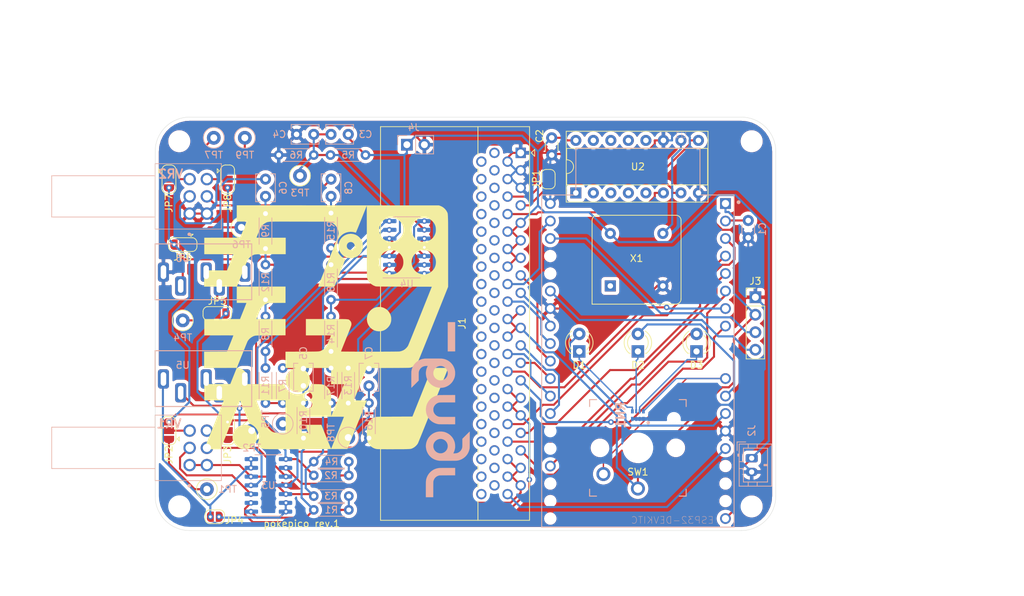
<source format=kicad_pcb>
(kicad_pcb (version 20171130) (host pcbnew "(5.1.2)-1")
  (layers (0 F.Cu signal) (31 B.Cu signal) (34 B.Paste user) (35 F.Paste user) (36 B.SilkS user) (37 F.SilkS user) (38 B.Mask user) (39 F.Mask user) (44 Edge.Cuts user))
  (net 0 "")
  (net 1 "Net-(C1-Pad2)")
  (net 2 GND)
  (net 3 "Net-(D1-Pad1)")
  (net 4 LED1)
  (net 5 LED2)
  (net 6 "Net-(D2-Pad1)")
  (net 7 "Net-(D3-Pad1)")
  (net 8 LED3)
  (net 9 "Net-(J1-Pad11)")
  (net 10 CLK_SN)
  (net 11 CLK_AY)
  (net 12 5V)
  (net 13 MUDA1)
  (net 14 DATA)
  (net 15 LATCH)
  (net 16 SCK)
  (net 17 3V3)
  (net 18 MUDA2)
  (net 19 CONTROL1)
  (net 20 CONTROL2)
  (net 21 CONTROL3)
  (net 22 CONTROL4)
  (net 23 RIGHT_IN)
  (net 24 CHECK3)
  (net 25 CHECK4)
  (net 26 CHECK1)
  (net 27 CHECK2)
  (net 28 LEFT_IN)
  (net 29 MUDA3)
  (net 30 SCL)
  (net 31 SDA)
  (net 32 CLK_SAA)
  (net 33 SW)
  (net 34 16MHz)
  (net 35 bias)
  (net 36 LEFT_OUT)
  (net 37 "Net-(C5-Pad2)")
  (net 38 AMP_IN_L)
  (net 39 "Net-(C6-Pad1)")
  (net 40 "Net-(C7-Pad2)")
  (net 41 RIGHT_OUT)
  (net 42 "Net-(C8-Pad1)")
  (net 43 AMP_IN_R)
  (net 44 "Net-(JP2-Pad1)")
  (net 45 "Net-(JP2-Pad2)")
  (net 46 "Net-(JP3-Pad2)")
  (net 47 "Net-(JP3-Pad1)")
  (net 48 FLOW_OUT_SHIELD)
  (net 49 "Net-(JP4-Pad2)")
  (net 50 "Net-(JP5-Pad1)")
  (net 51 "Net-(JP5-Pad2)")
  (net 52 "Net-(JP6-Pad1)")
  (net 53 "Net-(JP6-Pad2)")
  (net 54 "Net-(JP7-Pad2)")
  (net 55 "Net-(JP7-Pad1)")
  (net 56 "Net-(JP8-Pad2)")
  (net 57 "Net-(JP8-Pad1)")
  (net 58 FLOW_OUT_L)
  (net 59 "Net-(R1-Pad2)")
  (net 60 FLOW_OUT_R)
  (net 61 "Net-(R2-Pad2)")
  (net 62 "Net-(R11-Pad1)")
  (net 63 "Net-(R11-Pad2)")
  (net 64 "Net-(R12-Pad1)")
  (net 65 "Net-(R12-Pad2)")
  (net 66 "Net-(R13-Pad2)")
  (net 67 "Net-(R14-Pad1)")
  (net 68 "Net-(R14-Pad2)")
  (net 69 "Net-(R15-Pad1)")
  (net 70 FLOW_IN_R)
  (net 71 FLOW_IN_L)
  (module bongorian:chip (layer F.Cu) (at 122.5 100.5)
    (fp_text reference gg1 hide)
    (fp_text value LOGO hide)
  )
  (module bongorian:bngr (layer B.Cu) (at 133.5 99.75 270)
    (fp_text reference G*** hide)
    (fp_text value LOGO hide)
  )
  (module bongorian:ESP32-DEVKITC (layer B.Cu) (at 160 102 180)
    (fp_text reference U1 (at -6.16442 29.456) (layer B.SilkS) (effects (font (size 1.00039 1.00039) (thickness 0.05)) (justify mirror)))
    (fp_text value ESP32-DEVKITC (at -5 -26.5) (layer B.SilkS) (effects (font (size 1.00105 1.00105) (thickness 0.05)) (justify mirror)))
    (pad 1 thru_hole rect (at -12.7 19.46 180) (size 1.56 1.56) (drill 1.04) (layers *.Cu *.Mask) (net 17 3V3))
    (pad 2 thru_hole circle (at -12.7 16.92 180) (size 1.56 1.56) (drill 1.04) (layers *.Cu *.Mask) (net 1 "Net-(C1-Pad2)"))
    (pad 19 thru_hole circle (at -12.7 -26.26 180) (size 1.56 1.56) (drill 1.04) (layers *.Cu *.Mask) (net 12 5V))
    (pad 3 thru_hole circle (at -12.7 14.38 180) (size 1.56 1.56) (drill 1.04) (layers *.Cu *.Mask) (net 25 CHECK4))
    (pad 4 thru_hole circle (at -12.7 11.84 180) (size 1.56 1.56) (drill 1.04) (layers *.Cu *.Mask) (net 24 CHECK3))
    (pad 5 thru_hole circle (at -12.7 9.3 180) (size 1.56 1.56) (drill 1.04) (layers *.Cu *.Mask) (net 26 CHECK1))
    (pad 6 thru_hole circle (at -12.7 6.76 180) (size 1.56 1.56) (drill 1.04) (layers *.Cu *.Mask) (net 27 CHECK2))
    (pad 7 thru_hole circle (at -12.7 4.22 180) (size 1.56 1.56) (drill 1.04) (layers *.Cu *.Mask) (net 21 CONTROL3))
    (pad 8 thru_hole circle (at -12.7 1.68 180) (size 1.56 1.56) (drill 1.04) (layers *.Cu *.Mask) (net 22 CONTROL4))
    (pad "" np_thru_hole circle (at -12.7 -0.86 180) (size 0.8 0.8) (drill 0.8) (layers *.Cu *.Mask))
    (pad "" np_thru_hole circle (at -12.7 -3.4 180) (size 0.8 0.8) (drill 0.8) (layers *.Cu *.Mask))
    (pad 11 thru_hole circle (at -12.7 -5.94 180) (size 1.56 1.56) (drill 1.04) (layers *.Cu *.Mask) (net 33 SW))
    (pad 12 thru_hole circle (at -12.7 -8.48 180) (size 1.56 1.56) (drill 1.04) (layers *.Cu *.Mask) (net 5 LED2))
    (pad 13 thru_hole circle (at -12.7 -11.02 180) (size 1.56 1.56) (drill 1.04) (layers *.Cu *.Mask) (net 4 LED1))
    (pad 14 thru_hole circle (at -12.7 -13.56 180) (size 1.56 1.56) (drill 1.04) (layers *.Cu *.Mask) (net 2 GND))
    (pad 15 thru_hole circle (at -12.7 -16.1 180) (size 1.56 1.56) (drill 1.04) (layers *.Cu *.Mask) (net 29 MUDA3))
    (pad "" np_thru_hole circle (at -12.7 -18.64 180) (size 0.8 0.8) (drill 0.8) (layers *.Cu *.Mask))
    (pad "" np_thru_hole circle (at -12.7 -21.18 180) (size 0.8 0.8) (drill 0.8) (layers *.Cu *.Mask))
    (pad "" np_thru_hole circle (at -12.7 -23.72 180) (size 0.8 0.8) (drill 0.8) (layers *.Cu *.Mask))
    (pad "" np_thru_hole circle (at 12.7 -26.26) (size 0.8 0.8) (drill 0.8) (layers *.Cu *.Mask))
    (pad "" np_thru_hole circle (at 12.7 -23.72) (size 0.8 0.8) (drill 0.8) (layers *.Cu *.Mask))
    (pad "" np_thru_hole circle (at 12.7 -21.18) (size 0.8 0.8) (drill 0.8) (layers *.Cu *.Mask))
    (pad 23 thru_hole circle (at 12.7 -18.64) (size 1.56 1.56) (drill 1.04) (layers *.Cu *.Mask) (net 8 LED3))
    (pad "" np_thru_hole circle (at 12.7 -16.1) (size 0.8 0.8) (drill 0.8) (layers *.Cu *.Mask))
    (pad "" np_thru_hole circle (at 12.7 -13.56) (size 0.8 0.8) (drill 0.8) (layers *.Cu *.Mask))
    (pad 26 thru_hole circle (at 12.7 -11.02) (size 1.56 1.56) (drill 1.04) (layers *.Cu *.Mask) (net 18 MUDA2))
    (pad 27 thru_hole circle (at 12.7 -8.48) (size 1.56 1.56) (drill 1.04) (layers *.Cu *.Mask) (net 19 CONTROL1))
    (pad 28 thru_hole circle (at 12.7 -5.94) (size 1.56 1.56) (drill 1.04) (layers *.Cu *.Mask) (net 20 CONTROL2))
    (pad 29 thru_hole circle (at 12.7 -3.4) (size 1.56 1.56) (drill 1.04) (layers *.Cu *.Mask) (net 13 MUDA1))
    (pad 30 thru_hole circle (at 12.7 -0.86) (size 1.56 1.56) (drill 1.04) (layers *.Cu *.Mask) (net 16 SCK))
    (pad 31 thru_hole circle (at 12.7 1.68) (size 1.56 1.56) (drill 1.04) (layers *.Cu *.Mask) (net 15 LATCH))
    (pad 32 thru_hole circle (at 12.7 4.22) (size 1.56 1.56) (drill 1.04) (layers *.Cu *.Mask) (net 2 GND))
    (pad 33 thru_hole circle (at 12.7 6.76) (size 1.56 1.56) (drill 1.04) (layers *.Cu *.Mask) (net 31 SDA))
    (pad "" np_thru_hole circle (at 12.7 9.3) (size 0.8 0.8) (drill 0.8) (layers *.Cu *.Mask))
    (pad "" np_thru_hole circle (at 12.7 11.84) (size 0.8 0.8) (drill 0.8) (layers *.Cu *.Mask))
    (pad 36 thru_hole circle (at 12.7 14.38) (size 1.56 1.56) (drill 1.04) (layers *.Cu *.Mask) (net 30 SCL))
    (pad 37 thru_hole circle (at 12.7 16.92) (size 1.56 1.56) (drill 1.04) (layers *.Cu *.Mask) (net 14 DATA))
    (pad 38 thru_hole circle (at 12.7 19.46) (size 1.56 1.56) (drill 1.04) (layers *.Cu *.Mask) (net 2 GND))
  )
  (module Capacitor_THT:C_Disc_D3.0mm_W1.6mm_P2.50mm (layer B.Cu) (at 176 87.5 90)
    (fp_text reference C1 (at 1.25 2.05 90) (layer B.SilkS) (effects (justify mirror)))
    (fp_text value 1n)
    (pad 2 thru_hole circle (at 2.5 0 90) (size 1.6 1.6) (drill 0.8) (layers *.Cu *.Mask) (net 1 "Net-(C1-Pad2)"))
    (pad 1 thru_hole circle (at 0 0 90) (size 1.6 1.6) (drill 0.8) (layers *.Cu *.Mask) (net 2 GND))
  )
  (module Capacitor_THT:C_Disc_D3.0mm_W1.6mm_P2.50mm (layer F.Cu) (at 147.5 75.5 90)
    (fp_text reference C2 (at 2.75 -1.75 90) (layer F.SilkS))
    (fp_text value 0.1u)
    (pad 1 thru_hole circle (at 0 0 90) (size 1.6 1.6) (drill 0.8) (layers *.Cu *.Mask) (net 2 GND))
    (pad 2 thru_hole circle (at 2.5 0 90) (size 1.6 1.6) (drill 0.8) (layers *.Cu *.Mask) (net 12 5V))
  )
  (module Connector_PCBEdge:4UCON_10156_2x40_P1.27mm_Socket_Horizontal (layer F.Cu) (at 143.002 75.184 270)
    (fp_text reference J1 (at 24.765 8.502 90) (layer F.SilkS))
    (fp_text value microbit_edge_connector)
    (pad 1 thru_hole rect (at 0 0 270) (size 1.5 1.5) (drill 1) (layers *.Cu *.Mask) (net 2 GND))
    (pad 2 thru_hole circle (at 0 3.8 270) (size 1.5 1.5) (drill 1) (layers *.Cu *.Mask))
    (pad 3 thru_hole circle (at 1.27 1.9 270) (size 1.5 1.5) (drill 1) (layers *.Cu *.Mask) (net 2 GND))
    (pad 4 thru_hole circle (at 1.27 5.7 270) (size 1.5 1.5) (drill 1) (layers *.Cu *.Mask))
    (pad 5 thru_hole circle (at 2.54 0 270) (size 1.5 1.5) (drill 1) (layers *.Cu *.Mask) (net 2 GND))
    (pad 6 thru_hole circle (at 2.54 3.8 270) (size 1.5 1.5) (drill 1) (layers *.Cu *.Mask))
    (pad 7 thru_hole circle (at 3.81 1.9 270) (size 1.5 1.5) (drill 1) (layers *.Cu *.Mask) (net 2 GND))
    (pad 8 thru_hole circle (at 3.81 5.7 270) (size 1.5 1.5) (drill 1) (layers *.Cu *.Mask))
    (pad 9 thru_hole circle (at 5.08 0 270) (size 1.5 1.5) (drill 1) (layers *.Cu *.Mask) (net 2 GND))
    (pad 10 thru_hole circle (at 5.08 3.8 270) (size 1.5 1.5) (drill 1) (layers *.Cu *.Mask))
    (pad 11 thru_hole circle (at 6.35 1.9 270) (size 1.5 1.5) (drill 1) (layers *.Cu *.Mask) (net 9 "Net-(J1-Pad11)"))
    (pad 12 thru_hole circle (at 6.35 5.7 270) (size 1.5 1.5) (drill 1) (layers *.Cu *.Mask))
    (pad 13 thru_hole circle (at 7.62 0 270) (size 1.5 1.5) (drill 1) (layers *.Cu *.Mask) (net 10 CLK_SN))
    (pad 14 thru_hole circle (at 7.62 3.8 270) (size 1.5 1.5) (drill 1) (layers *.Cu *.Mask))
    (pad 15 thru_hole circle (at 8.89 1.9 270) (size 1.5 1.5) (drill 1) (layers *.Cu *.Mask) (net 11 CLK_AY))
    (pad 16 thru_hole circle (at 8.89 5.7 270) (size 1.5 1.5) (drill 1) (layers *.Cu *.Mask))
    (pad 17 thru_hole circle (at 10.16 0 270) (size 1.5 1.5) (drill 1) (layers *.Cu *.Mask) (net 12 5V))
    (pad 18 thru_hole circle (at 10.16 3.8 270) (size 1.5 1.5) (drill 1) (layers *.Cu *.Mask))
    (pad 19 thru_hole circle (at 11.43 1.9 270) (size 1.5 1.5) (drill 1) (layers *.Cu *.Mask) (net 12 5V))
    (pad 20 thru_hole circle (at 11.43 5.7 270) (size 1.5 1.5) (drill 1) (layers *.Cu *.Mask))
    (pad 21 thru_hole circle (at 12.7 0 270) (size 1.5 1.5) (drill 1) (layers *.Cu *.Mask) (net 12 5V))
    (pad 22 thru_hole circle (at 12.7 3.8 270) (size 1.5 1.5) (drill 1) (layers *.Cu *.Mask))
    (pad 23 thru_hole circle (at 13.97 1.9 270) (size 1.5 1.5) (drill 1) (layers *.Cu *.Mask) (net 12 5V))
    (pad 24 thru_hole circle (at 13.97 5.7 270) (size 1.5 1.5) (drill 1) (layers *.Cu *.Mask))
    (pad 25 thru_hole circle (at 15.24 0 270) (size 1.5 1.5) (drill 1) (layers *.Cu *.Mask) (net 12 5V))
    (pad 26 thru_hole circle (at 15.24 3.8 270) (size 1.5 1.5) (drill 1) (layers *.Cu *.Mask))
    (pad 27 thru_hole circle (at 16.51 1.9 270) (size 1.5 1.5) (drill 1) (layers *.Cu *.Mask) (net 12 5V))
    (pad 28 thru_hole circle (at 16.51 5.7 270) (size 1.5 1.5) (drill 1) (layers *.Cu *.Mask))
    (pad 29 thru_hole circle (at 17.78 0 270) (size 1.5 1.5) (drill 1) (layers *.Cu *.Mask) (net 13 MUDA1))
    (pad 30 thru_hole circle (at 17.78 3.8 270) (size 1.5 1.5) (drill 1) (layers *.Cu *.Mask))
    (pad 31 thru_hole circle (at 19.05 1.9 270) (size 1.5 1.5) (drill 1) (layers *.Cu *.Mask) (net 14 DATA))
    (pad 32 thru_hole circle (at 19.05 5.7 270) (size 1.5 1.5) (drill 1) (layers *.Cu *.Mask))
    (pad 33 thru_hole circle (at 20.32 0 270) (size 1.5 1.5) (drill 1) (layers *.Cu *.Mask) (net 15 LATCH))
    (pad 34 thru_hole circle (at 20.32 3.8 270) (size 1.5 1.5) (drill 1) (layers *.Cu *.Mask))
    (pad 35 thru_hole circle (at 21.59 1.9 270) (size 1.5 1.5) (drill 1) (layers *.Cu *.Mask) (net 16 SCK))
    (pad 36 thru_hole circle (at 21.59 5.7 270) (size 1.5 1.5) (drill 1) (layers *.Cu *.Mask))
    (pad 37 thru_hole circle (at 22.86 0 270) (size 1.5 1.5) (drill 1) (layers *.Cu *.Mask) (net 17 3V3))
    (pad 38 thru_hole circle (at 22.86 3.8 270) (size 1.5 1.5) (drill 1) (layers *.Cu *.Mask))
    (pad 39 thru_hole circle (at 24.13 1.9 270) (size 1.5 1.5) (drill 1) (layers *.Cu *.Mask) (net 17 3V3))
    (pad 40 thru_hole circle (at 24.13 5.7 270) (size 1.5 1.5) (drill 1) (layers *.Cu *.Mask))
    (pad 41 thru_hole circle (at 25.4 0 270) (size 1.5 1.5) (drill 1) (layers *.Cu *.Mask) (net 17 3V3))
    (pad 42 thru_hole circle (at 25.4 3.8 270) (size 1.5 1.5) (drill 1) (layers *.Cu *.Mask))
    (pad 43 thru_hole circle (at 26.67 1.9 270) (size 1.5 1.5) (drill 1) (layers *.Cu *.Mask) (net 17 3V3))
    (pad 44 thru_hole circle (at 26.67 5.7 270) (size 1.5 1.5) (drill 1) (layers *.Cu *.Mask))
    (pad 45 thru_hole circle (at 27.94 0 270) (size 1.5 1.5) (drill 1) (layers *.Cu *.Mask) (net 18 MUDA2))
    (pad 46 thru_hole circle (at 27.94 3.8 270) (size 1.5 1.5) (drill 1) (layers *.Cu *.Mask))
    (pad 47 thru_hole circle (at 29.21 1.9 270) (size 1.5 1.5) (drill 1) (layers *.Cu *.Mask) (net 19 CONTROL1))
    (pad 48 thru_hole circle (at 29.21 5.7 270) (size 1.5 1.5) (drill 1) (layers *.Cu *.Mask))
    (pad 49 thru_hole circle (at 30.48 0 270) (size 1.5 1.5) (drill 1) (layers *.Cu *.Mask) (net 20 CONTROL2))
    (pad 50 thru_hole circle (at 30.48 3.8 270) (size 1.5 1.5) (drill 1) (layers *.Cu *.Mask))
    (pad 51 thru_hole circle (at 31.75 1.9 270) (size 1.5 1.5) (drill 1) (layers *.Cu *.Mask) (net 21 CONTROL3))
    (pad 52 thru_hole circle (at 31.75 5.7 270) (size 1.5 1.5) (drill 1) (layers *.Cu *.Mask))
    (pad 53 thru_hole circle (at 33.02 0 270) (size 1.5 1.5) (drill 1) (layers *.Cu *.Mask) (net 22 CONTROL4))
    (pad 54 thru_hole circle (at 33.02 3.8 270) (size 1.5 1.5) (drill 1) (layers *.Cu *.Mask))
    (pad 55 thru_hole circle (at 34.29 1.9 270) (size 1.5 1.5) (drill 1) (layers *.Cu *.Mask) (net 23 RIGHT_IN))
    (pad 56 thru_hole circle (at 34.29 5.7 270) (size 1.5 1.5) (drill 1) (layers *.Cu *.Mask))
    (pad 57 thru_hole circle (at 35.56 0 270) (size 1.5 1.5) (drill 1) (layers *.Cu *.Mask) (net 23 RIGHT_IN))
    (pad 58 thru_hole circle (at 35.56 3.8 270) (size 1.5 1.5) (drill 1) (layers *.Cu *.Mask))
    (pad 59 thru_hole circle (at 36.83 1.9 270) (size 1.5 1.5) (drill 1) (layers *.Cu *.Mask) (net 23 RIGHT_IN))
    (pad 60 thru_hole circle (at 36.83 5.7 270) (size 1.5 1.5) (drill 1) (layers *.Cu *.Mask))
    (pad 61 thru_hole circle (at 38.1 0 270) (size 1.5 1.5) (drill 1) (layers *.Cu *.Mask) (net 23 RIGHT_IN))
    (pad 62 thru_hole circle (at 38.1 3.8 270) (size 1.5 1.5) (drill 1) (layers *.Cu *.Mask))
    (pad 63 thru_hole circle (at 39.37 1.9 270) (size 1.5 1.5) (drill 1) (layers *.Cu *.Mask) (net 24 CHECK3))
    (pad 64 thru_hole circle (at 39.37 5.7 270) (size 1.5 1.5) (drill 1) (layers *.Cu *.Mask))
    (pad 65 thru_hole circle (at 40.64 0 270) (size 1.5 1.5) (drill 1) (layers *.Cu *.Mask) (net 25 CHECK4))
    (pad 66 thru_hole circle (at 40.64 3.8 270) (size 1.5 1.5) (drill 1) (layers *.Cu *.Mask))
    (pad 67 thru_hole circle (at 41.91 1.9 270) (size 1.5 1.5) (drill 1) (layers *.Cu *.Mask) (net 26 CHECK1))
    (pad 68 thru_hole circle (at 41.91 5.7 270) (size 1.5 1.5) (drill 1) (layers *.Cu *.Mask))
    (pad 69 thru_hole circle (at 43.18 0 270) (size 1.5 1.5) (drill 1) (layers *.Cu *.Mask) (net 27 CHECK2))
    (pad 70 thru_hole circle (at 43.18 3.8 270) (size 1.5 1.5) (drill 1) (layers *.Cu *.Mask))
    (pad 71 thru_hole circle (at 44.45 1.9 270) (size 1.5 1.5) (drill 1) (layers *.Cu *.Mask) (net 28 LEFT_IN))
    (pad 72 thru_hole circle (at 44.45 5.7 270) (size 1.5 1.5) (drill 1) (layers *.Cu *.Mask))
    (pad 73 thru_hole circle (at 45.72 0 270) (size 1.5 1.5) (drill 1) (layers *.Cu *.Mask) (net 28 LEFT_IN))
    (pad 74 thru_hole circle (at 45.72 3.8 270) (size 1.5 1.5) (drill 1) (layers *.Cu *.Mask))
    (pad 75 thru_hole circle (at 46.99 1.9 270) (size 1.5 1.5) (drill 1) (layers *.Cu *.Mask) (net 28 LEFT_IN))
    (pad 76 thru_hole circle (at 46.99 5.7 270) (size 1.5 1.5) (drill 1) (layers *.Cu *.Mask))
    (pad 77 thru_hole circle (at 48.26 0 270) (size 1.5 1.5) (drill 1) (layers *.Cu *.Mask) (net 28 LEFT_IN))
    (pad 78 thru_hole circle (at 48.26 3.8 270) (size 1.5 1.5) (drill 1) (layers *.Cu *.Mask))
    (pad 79 thru_hole circle (at 49.53 1.9 270) (size 1.5 1.5) (drill 1) (layers *.Cu *.Mask) (net 29 MUDA3))
    (pad 80 thru_hole circle (at 49.53 5.7 270) (size 1.5 1.5) (drill 1) (layers *.Cu *.Mask))
  )
  (module Connector_JST:JST_PH_B2B-PH-K_1x02_P2.00mm_Vertical (layer B.Cu) (at 176.5 119.5 270)
    (fp_text reference J2 (at -4 0 270) (layer B.SilkS) (effects (justify mirror)))
    (fp_text value Conn_01x02_Male)
    (pad 1 thru_hole roundrect (at 0 0 270) (size 1.2 1.75) (drill 0.75) (layers *.Cu *.Mask) (roundrect_rratio 0.208333) (net 12 5V))
    (pad 2 thru_hole oval (at 2 0 270) (size 1.2 1.75) (drill 0.75) (layers *.Cu *.Mask) (net 2 GND))
  )
  (module Connector_PinHeader_2.54mm:PinHeader_1x04_P2.54mm_Vertical (layer F.Cu) (at 177.038 96.139)
    (fp_text reference J3 (at 0 -2.33) (layer F.SilkS))
    (fp_text value I2C)
    (pad 1 thru_hole rect (at 0 0) (size 1.7 1.7) (drill 1) (layers *.Cu *.Mask) (net 2 GND))
    (pad 2 thru_hole oval (at 0 2.54) (size 1.7 1.7) (drill 1) (layers *.Cu *.Mask) (net 17 3V3))
    (pad 3 thru_hole oval (at 0 5.08) (size 1.7 1.7) (drill 1) (layers *.Cu *.Mask) (net 30 SCL))
    (pad 4 thru_hole oval (at 0 7.62) (size 1.7 1.7) (drill 1) (layers *.Cu *.Mask) (net 31 SDA))
  )
  (module Jumper:SolderJumper-2_P1.3mm_Open_RoundedPad1.0x1.5mm (layer F.Cu) (at 147 79 90)
    (fp_text reference JP1 (at 0 -1.75 90) (layer F.SilkS))
    (fp_text value SAA_INT_CLOCK)
    (pad 1 smd custom (at -0.65 0 90) (size 1 0.5) (layers F.Cu F.Mask) (net 9 "Net-(J1-Pad11)") (options (clearance outline) (anchor rect)) (primitives (gr_circle (center 0 0.25) (end 0.5 0.25) (width 0)) (gr_circle (center 0 -0.25) (end 0.5 -0.25) (width 0)) (gr_poly (pts (xy 0 -0.75) (xy 0.5 -0.75) (xy 0.5 0.75) (xy 0 0.75)) (width 0))))
    (pad 2 smd custom (at 0.65 0 90) (size 1 0.5) (layers F.Cu F.Mask) (net 32 CLK_SAA) (options (clearance outline) (anchor rect)) (primitives (gr_circle (center 0 0.25) (end 0.5 0.25) (width 0)) (gr_circle (center 0 -0.25) (end 0.5 -0.25) (width 0)) (gr_poly (pts (xy 0 -0.75) (xy -0.5 -0.75) (xy -0.5 0.75) (xy 0 0.75)) (width 0))))
  )
  (module bongorian:RESCAX50P100X200X36-8N (layer B.Cu) (at 160 113.25 90)
    (fp_text reference RN1 (at 0 -2.5 -90) (layer B.SilkS) (effects (font (size 1.27 1.27) (thickness 0.254)) (justify mirror)))
    (fp_text value MNR04MRAPJ103 hide)
    (pad 8 smd rect (at 0.55 0.8) (size 0.4 0.6) (layers B.Cu B.Paste B.Mask) (net 33 SW))
    (pad 7 smd rect (at 0.55 0.25) (size 0.3 0.6) (layers B.Cu B.Paste B.Mask) (net 7 "Net-(D3-Pad1)"))
    (pad 6 smd rect (at 0.55 -0.25) (size 0.3 0.6) (layers B.Cu B.Paste B.Mask) (net 6 "Net-(D2-Pad1)"))
    (pad 5 smd rect (at 0.55 -0.8) (size 0.4 0.6) (layers B.Cu B.Paste B.Mask) (net 3 "Net-(D1-Pad1)"))
    (pad 4 smd rect (at -0.55 -0.8) (size 0.4 0.6) (layers B.Cu B.Paste B.Mask) (net 2 GND))
    (pad 3 smd rect (at -0.55 -0.25) (size 0.3 0.6) (layers B.Cu B.Paste B.Mask) (net 2 GND))
    (pad 2 smd rect (at -0.55 0.25) (size 0.3 0.6) (layers B.Cu B.Paste B.Mask) (net 2 GND))
    (pad 1 smd rect (at -0.55 0.8) (size 0.4 0.6) (layers B.Cu B.Paste B.Mask) (net 2 GND))
  )
  (module keyswitches:PG1350 (layer F.Cu) (at 160 118)
    (fp_text reference SW1 (at 0 3.5) (layer F.SilkS))
    (fp_text value SW_Push)
    (pad "" np_thru_hole circle (at 0 0) (size 3.429 3.429) (drill 3.429) (layers *.Cu *.Mask))
    (pad 2 thru_hole circle (at -5 3.8) (size 2.032 2.032) (drill 1.27) (layers *.Cu *.Mask) (net 33 SW))
    (pad 1 thru_hole circle (at 0 5.9) (size 2.032 2.032) (drill 1.27) (layers *.Cu *.Mask) (net 17 3V3))
    (pad "" np_thru_hole circle (at 5.22 -4.2) (size 0.9906 0.9906) (drill 0.9906) (layers *.Cu *.Mask))
    (pad "" np_thru_hole circle (at 5.5 0) (size 1.7018 1.7018) (drill 1.7018) (layers *.Cu *.Mask))
    (pad "" np_thru_hole circle (at -5.5 0) (size 1.7018 1.7018) (drill 1.7018) (layers *.Cu *.Mask))
  )
  (module Package_DIP:DIP-16_W7.62mm_Socket (layer F.Cu) (at 151 81 90)
    (fp_text reference U2 (at 3.81 9 180) (layer F.SilkS))
    (fp_text value 4040)
    (pad 1 thru_hole rect (at 0 0 90) (size 1.6 1.6) (drill 0.8) (layers *.Cu *.Mask))
    (pad 9 thru_hole oval (at 7.62 17.78 90) (size 1.6 1.6) (drill 0.8) (layers *.Cu *.Mask) (net 32 CLK_SAA))
    (pad 2 thru_hole oval (at 0 2.54 90) (size 1.6 1.6) (drill 0.8) (layers *.Cu *.Mask))
    (pad 10 thru_hole oval (at 7.62 15.24 90) (size 1.6 1.6) (drill 0.8) (layers *.Cu *.Mask) (net 34 16MHz))
    (pad 3 thru_hole oval (at 0 5.08 90) (size 1.6 1.6) (drill 0.8) (layers *.Cu *.Mask))
    (pad 11 thru_hole oval (at 7.62 12.7 90) (size 1.6 1.6) (drill 0.8) (layers *.Cu *.Mask) (net 2 GND))
    (pad 4 thru_hole oval (at 0 7.62 90) (size 1.6 1.6) (drill 0.8) (layers *.Cu *.Mask))
    (pad 12 thru_hole oval (at 7.62 10.16 90) (size 1.6 1.6) (drill 0.8) (layers *.Cu *.Mask))
    (pad 5 thru_hole oval (at 0 10.16 90) (size 1.6 1.6) (drill 0.8) (layers *.Cu *.Mask))
    (pad 13 thru_hole oval (at 7.62 7.62 90) (size 1.6 1.6) (drill 0.8) (layers *.Cu *.Mask))
    (pad 6 thru_hole oval (at 0 12.7 90) (size 1.6 1.6) (drill 0.8) (layers *.Cu *.Mask) (net 11 CLK_AY))
    (pad 14 thru_hole oval (at 7.62 5.08 90) (size 1.6 1.6) (drill 0.8) (layers *.Cu *.Mask))
    (pad 7 thru_hole oval (at 0 15.24 90) (size 1.6 1.6) (drill 0.8) (layers *.Cu *.Mask) (net 10 CLK_SN))
    (pad 15 thru_hole oval (at 7.62 2.54 90) (size 1.6 1.6) (drill 0.8) (layers *.Cu *.Mask))
    (pad 8 thru_hole oval (at 0 17.78 90) (size 1.6 1.6) (drill 0.8) (layers *.Cu *.Mask) (net 2 GND))
    (pad 16 thru_hole oval (at 7.62 0 90) (size 1.6 1.6) (drill 0.8) (layers *.Cu *.Mask) (net 12 5V))
  )
  (module Oscillator:Oscillator_DIP-8 (layer F.Cu) (at 156 94.5)
    (fp_text reference X1 (at 3.81 -4) (layer F.SilkS))
    (fp_text value CXO_DIP8)
    (pad 1 thru_hole rect (at 0 0) (size 1.6 1.6) (drill 0.8) (layers *.Cu *.Mask))
    (pad 8 thru_hole circle (at 0 -7.62) (size 1.6 1.6) (drill 0.8) (layers *.Cu *.Mask) (net 12 5V))
    (pad 5 thru_hole circle (at 7.62 -7.62) (size 1.6 1.6) (drill 0.8) (layers *.Cu *.Mask) (net 34 16MHz))
    (pad 4 thru_hole circle (at 7.62 0) (size 1.6 1.6) (drill 0.8) (layers *.Cu *.Mask) (net 2 GND))
  )
  (module LED_THT:LED_D3.0mm (layer F.Cu) (at 151.5 104 90)
    (fp_text reference D1 (at -2 0 180) (layer F.SilkS))
    (fp_text value LED)
    (pad 1 thru_hole rect (at 0 0 90) (size 1.8 1.8) (drill 0.9) (layers *.Cu *.Mask) (net 3 "Net-(D1-Pad1)"))
    (pad 2 thru_hole circle (at 2.54 0 90) (size 1.8 1.8) (drill 0.9) (layers *.Cu *.Mask) (net 4 LED1))
  )
  (module LED_THT:LED_D3.0mm (layer F.Cu) (at 160 104 90)
    (fp_text reference D2 (at -2 0 180) (layer F.SilkS))
    (fp_text value LED)
    (pad 2 thru_hole circle (at 2.54 0 90) (size 1.8 1.8) (drill 0.9) (layers *.Cu *.Mask) (net 5 LED2))
    (pad 1 thru_hole rect (at 0 0 90) (size 1.8 1.8) (drill 0.9) (layers *.Cu *.Mask) (net 6 "Net-(D2-Pad1)"))
  )
  (module LED_THT:LED_D3.0mm (layer F.Cu) (at 168.5 104 90)
    (fp_text reference D3 (at -2 0 180) (layer F.SilkS))
    (fp_text value LED)
    (pad 1 thru_hole rect (at 0 0 90) (size 1.8 1.8) (drill 0.9) (layers *.Cu *.Mask) (net 7 "Net-(D3-Pad1)"))
    (pad 2 thru_hole circle (at 2.54 0 90) (size 1.8 1.8) (drill 0.9) (layers *.Cu *.Mask) (net 8 LED3))
  )
  (module Capacitor_THT:C_Disc_D3.8mm_W2.6mm_P2.50mm (layer B.Cu) (at 118 72.5 180)
    (fp_text reference C3 (at -2.5 0) (layer B.SilkS) (effects (justify mirror)))
    (fp_text value C)
    (pad 1 thru_hole circle (at 0 0 180) (size 1.6 1.6) (drill 0.8) (layers *.Cu *.Mask) (net 12 5V))
    (pad 2 thru_hole circle (at 2.5 0 180) (size 1.6 1.6) (drill 0.8) (layers *.Cu *.Mask) (net 35 bias))
  )
  (module Capacitor_THT:C_Disc_D3.8mm_W2.6mm_P2.50mm (layer B.Cu) (at 113 72.5 180)
    (fp_text reference C4 (at 5 0) (layer B.SilkS) (effects (justify mirror)))
    (fp_text value C)
    (pad 2 thru_hole circle (at 2.5 0 180) (size 1.6 1.6) (drill 0.8) (layers *.Cu *.Mask) (net 2 GND))
    (pad 1 thru_hole circle (at 0 0 180) (size 1.6 1.6) (drill 0.8) (layers *.Cu *.Mask) (net 35 bias))
  )
  (module Capacitor_THT:C_Disc_D3.8mm_W2.6mm_P2.50mm (layer B.Cu) (at 111.5 109 90)
    (fp_text reference C5 (at 4.75 0 270) (layer B.SilkS) (effects (justify mirror)))
    (fp_text value C)
    (pad 1 thru_hole circle (at 0 0 90) (size 1.6 1.6) (drill 0.8) (layers *.Cu *.Mask) (net 36 LEFT_OUT))
    (pad 2 thru_hole circle (at 2.5 0 90) (size 1.6 1.6) (drill 0.8) (layers *.Cu *.Mask) (net 37 "Net-(C5-Pad2)"))
  )
  (module Capacitor_THT:C_Disc_D3.8mm_W2.6mm_P2.50mm (layer B.Cu) (at 106 81.5 90)
    (fp_text reference C6 (at 1.25 2.55 270) (layer B.SilkS) (effects (justify mirror)))
    (fp_text value C)
    (pad 2 thru_hole circle (at 2.5 0 90) (size 1.6 1.6) (drill 0.8) (layers *.Cu *.Mask) (net 38 AMP_IN_L))
    (pad 1 thru_hole circle (at 0 0 90) (size 1.6 1.6) (drill 0.8) (layers *.Cu *.Mask) (net 39 "Net-(C6-Pad1)"))
  )
  (module Capacitor_THT:C_Disc_D3.8mm_W2.6mm_P2.50mm (layer B.Cu) (at 121 109 90)
    (fp_text reference C7 (at 4.75 0 270) (layer B.SilkS) (effects (justify mirror)))
    (fp_text value C)
    (pad 2 thru_hole circle (at 2.5 0 90) (size 1.6 1.6) (drill 0.8) (layers *.Cu *.Mask) (net 40 "Net-(C7-Pad2)"))
    (pad 1 thru_hole circle (at 0 0 90) (size 1.6 1.6) (drill 0.8) (layers *.Cu *.Mask) (net 41 RIGHT_OUT))
  )
  (module Capacitor_THT:C_Disc_D3.8mm_W2.6mm_P2.50mm (layer B.Cu) (at 115.5 81.5 90)
    (fp_text reference C8 (at 1.25 2.55 270) (layer B.SilkS) (effects (justify mirror)))
    (fp_text value C)
    (pad 1 thru_hole circle (at 0 0 90) (size 1.6 1.6) (drill 0.8) (layers *.Cu *.Mask) (net 42 "Net-(C8-Pad1)"))
    (pad 2 thru_hole circle (at 2.5 0 90) (size 1.6 1.6) (drill 0.8) (layers *.Cu *.Mask) (net 43 AMP_IN_R))
  )
  (module MountingHole:MountingHole_2.2mm_M2 (layer F.Cu) (at 93.5 73.5)
    (fp_text reference H1 (at 0 0) (layer F.SilkS))
    (fp_text value MountingHole)
    (pad 1 np_thru_hole circle (at 0 0) (size 2.2 2.2) (drill 2.2) (layers *.Cu *.Mask))
  )
  (module MountingHole:MountingHole_2.2mm_M2 (layer F.Cu) (at 176.5 73.5)
    (fp_text reference H2 (at 0 0) (layer F.SilkS))
    (fp_text value MountingHole)
    (pad 1 np_thru_hole circle (at 0 0) (size 2.2 2.2) (drill 2.2) (layers *.Cu *.Mask))
  )
  (module MountingHole:MountingHole_2.2mm_M2 (layer F.Cu) (at 93.5 126.5)
    (fp_text reference H3 (at 0 0) (layer F.SilkS))
    (fp_text value MountingHole)
    (pad 1 np_thru_hole circle (at 0 0) (size 2.2 2.2) (drill 2.2) (layers *.Cu *.Mask))
  )
  (module MountingHole:MountingHole_2.2mm_M2 (layer F.Cu) (at 176.5 126.5)
    (fp_text reference H4 (at 0 0) (layer F.SilkS))
    (fp_text value MountingHole)
    (pad 1 np_thru_hole circle (at 0 0) (size 2.2 2.2) (drill 2.2) (layers *.Cu *.Mask))
  )
  (module Jumper:SolderJumper-3_P1.3mm_Open_RoundedPad1.0x1.5mm (layer F.Cu) (at 92 115.5 90)
    (fp_text reference JP2 (at -3.5 0 90) (layer F.SilkS))
    (fp_text value FROW_L_SEL)
    (pad 1 smd custom (at -1.3 0 90) (size 1 0.5) (layers F.Cu F.Mask) (net 44 "Net-(JP2-Pad1)") (options (clearance outline) (anchor rect)) (primitives (gr_circle (center 0 0.25) (end 0.5 0.25) (width 0)) (gr_circle (center 0 -0.25) (end 0.5 -0.25) (width 0)) (gr_poly (pts (xy 0.55 -0.75) (xy 0 -0.75) (xy 0 0.75) (xy 0.55 0.75)) (width 0))))
    (pad 3 smd custom (at 1.3 0 90) (size 1 0.5) (layers F.Cu F.Mask) (net 28 LEFT_IN) (options (clearance outline) (anchor rect)) (primitives (gr_circle (center 0 0.25) (end 0.5 0.25) (width 0)) (gr_circle (center 0 -0.25) (end 0.5 -0.25) (width 0)) (gr_poly (pts (xy -0.55 -0.75) (xy 0 -0.75) (xy 0 0.75) (xy -0.55 0.75)) (width 0))))
    (pad 2 smd rect (at 0 0 90) (size 1 1.5) (layers F.Cu F.Mask) (net 45 "Net-(JP2-Pad2)"))
  )
  (module Jumper:SolderJumper-3_P1.3mm_Open_RoundedPad1.0x1.5mm (layer F.Cu) (at 100.5 115.5 90)
    (fp_text reference JP3 (at -3.5 0 90) (layer F.SilkS))
    (fp_text value FLOW_R_SEL)
    (pad 2 smd rect (at 0 0 90) (size 1 1.5) (layers F.Cu F.Mask) (net 46 "Net-(JP3-Pad2)"))
    (pad 3 smd custom (at 1.3 0 90) (size 1 0.5) (layers F.Cu F.Mask) (net 23 RIGHT_IN) (options (clearance outline) (anchor rect)) (primitives (gr_circle (center 0 0.25) (end 0.5 0.25) (width 0)) (gr_circle (center 0 -0.25) (end 0.5 -0.25) (width 0)) (gr_poly (pts (xy -0.55 -0.75) (xy 0 -0.75) (xy 0 0.75) (xy -0.55 0.75)) (width 0))))
    (pad 1 smd custom (at -1.3 0 90) (size 1 0.5) (layers F.Cu F.Mask) (net 47 "Net-(JP3-Pad1)") (options (clearance outline) (anchor rect)) (primitives (gr_circle (center 0 0.25) (end 0.5 0.25) (width 0)) (gr_circle (center 0 -0.25) (end 0.5 -0.25) (width 0)) (gr_poly (pts (xy 0.55 -0.75) (xy 0 -0.75) (xy 0 0.75) (xy 0.55 0.75)) (width 0))))
  )
  (module Jumper:SolderJumper-2_P1.3mm_Open_RoundedPad1.0x1.5mm (layer F.Cu) (at 98.65 128)
    (fp_text reference JP4 (at 2.85 0.5) (layer F.SilkS))
    (fp_text value Jumper_NO_Small)
    (pad 1 smd custom (at -0.65 0) (size 1 0.5) (layers F.Cu F.Mask) (net 48 FLOW_OUT_SHIELD) (options (clearance outline) (anchor rect)) (primitives (gr_circle (center 0 0.25) (end 0.5 0.25) (width 0)) (gr_circle (center 0 -0.25) (end 0.5 -0.25) (width 0)) (gr_poly (pts (xy 0 -0.75) (xy 0.5 -0.75) (xy 0.5 0.75) (xy 0 0.75)) (width 0))))
    (pad 2 smd custom (at 0.65 0) (size 1 0.5) (layers F.Cu F.Mask) (net 49 "Net-(JP4-Pad2)") (options (clearance outline) (anchor rect)) (primitives (gr_circle (center 0 0.25) (end 0.5 0.25) (width 0)) (gr_circle (center 0 -0.25) (end 0.5 -0.25) (width 0)) (gr_poly (pts (xy 0 -0.75) (xy -0.5 -0.75) (xy -0.5 0.75) (xy 0 0.75)) (width 0))))
  )
  (module Jumper:SolderJumper-3_P1.3mm_Open_RoundedPad1.0x1.5mm (layer F.Cu) (at 99 98.5)
    (fp_text reference JP5 (at 0 -1.8) (layer F.SilkS))
    (fp_text value OUT_R_SEL)
    (pad 1 smd custom (at -1.3 0) (size 1 0.5) (layers F.Cu F.Mask) (net 50 "Net-(JP5-Pad1)") (options (clearance outline) (anchor rect)) (primitives (gr_circle (center 0 0.25) (end 0.5 0.25) (width 0)) (gr_circle (center 0 -0.25) (end 0.5 -0.25) (width 0)) (gr_poly (pts (xy 0.55 -0.75) (xy 0 -0.75) (xy 0 0.75) (xy 0.55 0.75)) (width 0))))
    (pad 3 smd custom (at 1.3 0) (size 1 0.5) (layers F.Cu F.Mask) (net 23 RIGHT_IN) (options (clearance outline) (anchor rect)) (primitives (gr_circle (center 0 0.25) (end 0.5 0.25) (width 0)) (gr_circle (center 0 -0.25) (end 0.5 -0.25) (width 0)) (gr_poly (pts (xy -0.55 -0.75) (xy 0 -0.75) (xy 0 0.75) (xy -0.55 0.75)) (width 0))))
    (pad 2 smd rect (at 0 0) (size 1 1.5) (layers F.Cu F.Mask) (net 51 "Net-(JP5-Pad2)"))
  )
  (module Jumper:SolderJumper-3_P1.3mm_Open_RoundedPad1.0x1.5mm (layer F.Cu) (at 94 88.5 180)
    (fp_text reference JP6 (at 0 -1.8) (layer F.SilkS))
    (fp_text value OUT_L_SEL)
    (pad 1 smd custom (at -1.3 0 180) (size 1 0.5) (layers F.Cu F.Mask) (net 52 "Net-(JP6-Pad1)") (options (clearance outline) (anchor rect)) (primitives (gr_circle (center 0 0.25) (end 0.5 0.25) (width 0)) (gr_circle (center 0 -0.25) (end 0.5 -0.25) (width 0)) (gr_poly (pts (xy 0.55 -0.75) (xy 0 -0.75) (xy 0 0.75) (xy 0.55 0.75)) (width 0))))
    (pad 3 smd custom (at 1.3 0 180) (size 1 0.5) (layers F.Cu F.Mask) (net 28 LEFT_IN) (options (clearance outline) (anchor rect)) (primitives (gr_circle (center 0 0.25) (end 0.5 0.25) (width 0)) (gr_circle (center 0 -0.25) (end 0.5 -0.25) (width 0)) (gr_poly (pts (xy -0.55 -0.75) (xy 0 -0.75) (xy 0 0.75) (xy -0.55 0.75)) (width 0))))
    (pad 2 smd rect (at 0 0 180) (size 1 1.5) (layers F.Cu F.Mask) (net 53 "Net-(JP6-Pad2)"))
  )
  (module Jumper:SolderJumper-3_P1.3mm_Open_RoundedPad1.0x1.5mm (layer F.Cu) (at 92 79 270)
    (fp_text reference JP7 (at 3.5 0 90) (layer F.SilkS))
    (fp_text value AMP_L_SEL)
    (pad 2 smd rect (at 0 0 270) (size 1 1.5) (layers F.Cu F.Mask) (net 54 "Net-(JP7-Pad2)"))
    (pad 3 smd custom (at 1.3 0 270) (size 1 0.5) (layers F.Cu F.Mask) (net 28 LEFT_IN) (options (clearance outline) (anchor rect)) (primitives (gr_circle (center 0 0.25) (end 0.5 0.25) (width 0)) (gr_circle (center 0 -0.25) (end 0.5 -0.25) (width 0)) (gr_poly (pts (xy -0.55 -0.75) (xy 0 -0.75) (xy 0 0.75) (xy -0.55 0.75)) (width 0))))
    (pad 1 smd custom (at -1.3 0 270) (size 1 0.5) (layers F.Cu F.Mask) (net 55 "Net-(JP7-Pad1)") (options (clearance outline) (anchor rect)) (primitives (gr_circle (center 0 0.25) (end 0.5 0.25) (width 0)) (gr_circle (center 0 -0.25) (end 0.5 -0.25) (width 0)) (gr_poly (pts (xy 0.55 -0.75) (xy 0 -0.75) (xy 0 0.75) (xy 0.55 0.75)) (width 0))))
  )
  (module Jumper:SolderJumper-3_P1.3mm_Open_RoundedPad1.0x1.5mm (layer F.Cu) (at 100.5 79 270)
    (fp_text reference JP8 (at 3.5 0 90) (layer F.SilkS))
    (fp_text value AMP_R_SEL)
    (pad 2 smd rect (at 0 0 270) (size 1 1.5) (layers F.Cu F.Mask) (net 56 "Net-(JP8-Pad2)"))
    (pad 3 smd custom (at 1.3 0 270) (size 1 0.5) (layers F.Cu F.Mask) (net 23 RIGHT_IN) (options (clearance outline) (anchor rect)) (primitives (gr_circle (center 0 0.25) (end 0.5 0.25) (width 0)) (gr_circle (center 0 -0.25) (end 0.5 -0.25) (width 0)) (gr_poly (pts (xy -0.55 -0.75) (xy 0 -0.75) (xy 0 0.75) (xy -0.55 0.75)) (width 0))))
    (pad 1 smd custom (at -1.3 0 270) (size 1 0.5) (layers F.Cu F.Mask) (net 57 "Net-(JP8-Pad1)") (options (clearance outline) (anchor rect)) (primitives (gr_circle (center 0 0.25) (end 0.5 0.25) (width 0)) (gr_circle (center 0 -0.25) (end 0.5 -0.25) (width 0)) (gr_poly (pts (xy 0.55 -0.75) (xy 0 -0.75) (xy 0 0.75) (xy 0.55 0.75)) (width 0))))
  )
  (module Resistor_THT:R_Axial_DIN0204_L3.6mm_D1.6mm_P5.08mm_Horizontal (layer B.Cu) (at 113 127)
    (fp_text reference R1 (at 2.54 0) (layer B.SilkS) (effects (justify mirror)))
    (fp_text value R)
    (pad 1 thru_hole circle (at 0 0) (size 1.4 1.4) (drill 0.7) (layers *.Cu *.Mask) (net 58 FLOW_OUT_L))
    (pad 2 thru_hole oval (at 5.08 0) (size 1.4 1.4) (drill 0.7) (layers *.Cu *.Mask) (net 59 "Net-(R1-Pad2)"))
  )
  (module Resistor_THT:R_Axial_DIN0204_L3.6mm_D1.6mm_P5.08mm_Horizontal (layer B.Cu) (at 113 122)
    (fp_text reference R2 (at 2.5 0) (layer B.SilkS) (effects (justify mirror)))
    (fp_text value R)
    (pad 1 thru_hole circle (at 0 0) (size 1.4 1.4) (drill 0.7) (layers *.Cu *.Mask) (net 60 FLOW_OUT_R))
    (pad 2 thru_hole oval (at 5.08 0) (size 1.4 1.4) (drill 0.7) (layers *.Cu *.Mask) (net 61 "Net-(R2-Pad2)"))
  )
  (module Resistor_THT:R_Axial_DIN0204_L3.6mm_D1.6mm_P5.08mm_Horizontal (layer B.Cu) (at 113 125)
    (fp_text reference R3 (at 2.5 0) (layer B.SilkS) (effects (justify mirror)))
    (fp_text value R)
    (pad 2 thru_hole oval (at 5.08 0) (size 1.4 1.4) (drill 0.7) (layers *.Cu *.Mask) (net 59 "Net-(R1-Pad2)"))
    (pad 1 thru_hole circle (at 0 0) (size 1.4 1.4) (drill 0.7) (layers *.Cu *.Mask) (net 35 bias))
  )
  (module Resistor_THT:R_Axial_DIN0204_L3.6mm_D1.6mm_P5.08mm_Horizontal (layer B.Cu) (at 113 120)
    (fp_text reference R4 (at 2.58 0) (layer B.SilkS) (effects (justify mirror)))
    (fp_text value R)
    (pad 2 thru_hole oval (at 5.08 0) (size 1.4 1.4) (drill 0.7) (layers *.Cu *.Mask) (net 61 "Net-(R2-Pad2)"))
    (pad 1 thru_hole circle (at 0 0) (size 1.4 1.4) (drill 0.7) (layers *.Cu *.Mask) (net 35 bias))
  )
  (module Resistor_THT:R_Axial_DIN0204_L3.6mm_D1.6mm_P5.08mm_Horizontal (layer B.Cu) (at 120.5 75.5 180)
    (fp_text reference R5 (at 2.5 0) (layer B.SilkS) (effects (justify mirror)))
    (fp_text value R)
    (pad 1 thru_hole circle (at 0 0 180) (size 1.4 1.4) (drill 0.7) (layers *.Cu *.Mask) (net 12 5V))
    (pad 2 thru_hole oval (at 5.08 0 180) (size 1.4 1.4) (drill 0.7) (layers *.Cu *.Mask) (net 35 bias))
  )
  (module Resistor_THT:R_Axial_DIN0204_L3.6mm_D1.6mm_P5.08mm_Horizontal (layer B.Cu) (at 113 75.5 180)
    (fp_text reference R6 (at 2.54 0) (layer B.SilkS) (effects (justify mirror)))
    (fp_text value R)
    (pad 2 thru_hole oval (at 5.08 0 180) (size 1.4 1.4) (drill 0.7) (layers *.Cu *.Mask) (net 2 GND))
    (pad 1 thru_hole circle (at 0 0 180) (size 1.4 1.4) (drill 0.7) (layers *.Cu *.Mask) (net 35 bias))
  )
  (module Resistor_THT:R_Axial_DIN0204_L3.6mm_D1.6mm_P5.08mm_Horizontal (layer B.Cu) (at 108.5 106.42 270)
    (fp_text reference R7 (at 2.54 0 270) (layer B.SilkS) (effects (justify mirror)))
    (fp_text value R)
    (pad 1 thru_hole circle (at 0 0 270) (size 1.4 1.4) (drill 0.7) (layers *.Cu *.Mask) (net 37 "Net-(C5-Pad2)"))
    (pad 2 thru_hole oval (at 5.08 0 270) (size 1.4 1.4) (drill 0.7) (layers *.Cu *.Mask) (net 62 "Net-(R11-Pad1)"))
  )
  (module Resistor_THT:R_Axial_DIN0204_L3.6mm_D1.6mm_P5.08mm_Horizontal (layer B.Cu) (at 106 104 90)
    (fp_text reference R8 (at 2.54 0 270) (layer B.SilkS) (effects (justify mirror)))
    (fp_text value R)
    (pad 1 thru_hole circle (at 0 0 90) (size 1.4 1.4) (drill 0.7) (layers *.Cu *.Mask) (net 63 "Net-(R11-Pad2)"))
    (pad 2 thru_hole oval (at 5.08 0 90) (size 1.4 1.4) (drill 0.7) (layers *.Cu *.Mask) (net 64 "Net-(R12-Pad1)"))
  )
  (module Resistor_THT:R_Axial_DIN0204_L3.6mm_D1.6mm_P5.08mm_Horizontal (layer B.Cu) (at 106 89.08 90)
    (fp_text reference R9 (at 2.58 0 270) (layer B.SilkS) (effects (justify mirror)))
    (fp_text value R)
    (pad 2 thru_hole oval (at 5.08 0 90) (size 1.4 1.4) (drill 0.7) (layers *.Cu *.Mask) (net 39 "Net-(C6-Pad1)"))
    (pad 1 thru_hole circle (at 0 0 90) (size 1.4 1.4) (drill 0.7) (layers *.Cu *.Mask) (net 65 "Net-(R12-Pad2)"))
  )
  (module Resistor_THT:R_Axial_DIN0204_L3.6mm_D1.6mm_P5.08mm_Horizontal (layer B.Cu) (at 111.5 116.58 90)
    (fp_text reference R10 (at 2.58 0 270) (layer B.SilkS) (effects (justify mirror)))
    (fp_text value R)
    (pad 2 thru_hole oval (at 5.08 0 90) (size 1.4 1.4) (drill 0.7) (layers *.Cu *.Mask) (net 36 LEFT_OUT))
    (pad 1 thru_hole circle (at 0 0 90) (size 1.4 1.4) (drill 0.7) (layers *.Cu *.Mask) (net 2 GND))
  )
  (module Resistor_THT:R_Axial_DIN0204_L3.6mm_D1.6mm_P5.08mm_Horizontal (layer B.Cu) (at 106 111.5 90)
    (fp_text reference R11 (at 2.54 0 270) (layer B.SilkS) (effects (justify mirror)))
    (fp_text value R)
    (pad 2 thru_hole oval (at 5.08 0 90) (size 1.4 1.4) (drill 0.7) (layers *.Cu *.Mask) (net 63 "Net-(R11-Pad2)"))
    (pad 1 thru_hole circle (at 0 0 90) (size 1.4 1.4) (drill 0.7) (layers *.Cu *.Mask) (net 62 "Net-(R11-Pad1)"))
  )
  (module Resistor_THT:R_Axial_DIN0204_L3.6mm_D1.6mm_P5.08mm_Horizontal (layer B.Cu) (at 106 96.5 90)
    (fp_text reference R12 (at 2.54 0 270) (layer B.SilkS) (effects (justify mirror)))
    (fp_text value R)
    (pad 1 thru_hole circle (at 0 0 90) (size 1.4 1.4) (drill 0.7) (layers *.Cu *.Mask) (net 64 "Net-(R12-Pad1)"))
    (pad 2 thru_hole oval (at 5.08 0 90) (size 1.4 1.4) (drill 0.7) (layers *.Cu *.Mask) (net 65 "Net-(R12-Pad2)"))
  )
  (module Resistor_THT:R_Axial_DIN0204_L3.6mm_D1.6mm_P5.08mm_Horizontal (layer B.Cu) (at 118 106.42 270)
    (fp_text reference R13 (at 2.5 0 270) (layer B.SilkS) (effects (justify mirror)))
    (fp_text value R)
    (pad 1 thru_hole circle (at 0 0 270) (size 1.4 1.4) (drill 0.7) (layers *.Cu *.Mask) (net 40 "Net-(C7-Pad2)"))
    (pad 2 thru_hole oval (at 5.08 0 270) (size 1.4 1.4) (drill 0.7) (layers *.Cu *.Mask) (net 66 "Net-(R13-Pad2)"))
  )
  (module Resistor_THT:R_Axial_DIN0204_L3.6mm_D1.6mm_P5.08mm_Horizontal (layer B.Cu) (at 115.5 104 90)
    (fp_text reference R14 (at 2.54 0 270) (layer B.SilkS) (effects (justify mirror)))
    (fp_text value R)
    (pad 1 thru_hole circle (at 0 0 90) (size 1.4 1.4) (drill 0.7) (layers *.Cu *.Mask) (net 67 "Net-(R14-Pad1)"))
    (pad 2 thru_hole oval (at 5.08 0 90) (size 1.4 1.4) (drill 0.7) (layers *.Cu *.Mask) (net 68 "Net-(R14-Pad2)"))
  )
  (module Resistor_THT:R_Axial_DIN0204_L3.6mm_D1.6mm_P5.08mm_Horizontal (layer B.Cu) (at 115.5 89 90)
    (fp_text reference R15 (at 2.54 0 270) (layer B.SilkS) (effects (justify mirror)))
    (fp_text value R)
    (pad 1 thru_hole circle (at 0 0 90) (size 1.4 1.4) (drill 0.7) (layers *.Cu *.Mask) (net 69 "Net-(R15-Pad1)"))
    (pad 2 thru_hole oval (at 5.08 0 90) (size 1.4 1.4) (drill 0.7) (layers *.Cu *.Mask) (net 42 "Net-(C8-Pad1)"))
  )
  (module Resistor_THT:R_Axial_DIN0204_L3.6mm_D1.6mm_P5.08mm_Horizontal (layer B.Cu) (at 121 116.58 90)
    (fp_text reference R16 (at 2.54 0 270) (layer B.SilkS) (effects (justify mirror)))
    (fp_text value R)
    (pad 2 thru_hole oval (at 5.08 0 90) (size 1.4 1.4) (drill 0.7) (layers *.Cu *.Mask) (net 41 RIGHT_OUT))
    (pad 1 thru_hole circle (at 0 0 90) (size 1.4 1.4) (drill 0.7) (layers *.Cu *.Mask) (net 2 GND))
  )
  (module Resistor_THT:R_Axial_DIN0204_L3.6mm_D1.6mm_P5.08mm_Horizontal (layer B.Cu) (at 115.5 111.5 90)
    (fp_text reference R17 (at 2.5 0 270) (layer B.SilkS) (effects (justify mirror)))
    (fp_text value R)
    (pad 2 thru_hole oval (at 5.08 0 90) (size 1.4 1.4) (drill 0.7) (layers *.Cu *.Mask) (net 67 "Net-(R14-Pad1)"))
    (pad 1 thru_hole circle (at 0 0 90) (size 1.4 1.4) (drill 0.7) (layers *.Cu *.Mask) (net 66 "Net-(R13-Pad2)"))
  )
  (module Resistor_THT:R_Axial_DIN0204_L3.6mm_D1.6mm_P5.08mm_Horizontal (layer B.Cu) (at 115.5 96.5 90)
    (fp_text reference R18 (at 2.54 0 270) (layer B.SilkS) (effects (justify mirror)))
    (fp_text value R)
    (pad 2 thru_hole oval (at 5.08 0 90) (size 1.4 1.4) (drill 0.7) (layers *.Cu *.Mask) (net 69 "Net-(R15-Pad1)"))
    (pad 1 thru_hole circle (at 0 0 90) (size 1.4 1.4) (drill 0.7) (layers *.Cu *.Mask) (net 68 "Net-(R14-Pad2)"))
  )
  (module Package_SO:SOIC-14_3.9x8.7mm_P1.27mm (layer B.Cu) (at 106.426 123.444)
    (fp_text reference U3 (at 0 0) (layer B.SilkS) (effects (justify mirror)))
    (fp_text value LMV324)
    (pad 14 smd roundrect (at 2.475 3.81) (size 1.95 0.6) (layers B.Cu B.Paste B.Mask) (net 49 "Net-(JP4-Pad2)"))
    (pad 13 smd roundrect (at 2.475 2.54) (size 1.95 0.6) (layers B.Cu B.Paste B.Mask) (net 49 "Net-(JP4-Pad2)"))
    (pad 12 smd roundrect (at 2.475 1.27) (size 1.95 0.6) (layers B.Cu B.Paste B.Mask) (net 35 bias))
    (pad 11 smd roundrect (at 2.475 0) (size 1.95 0.6) (layers B.Cu B.Paste B.Mask) (net 2 GND))
    (pad 10 smd roundrect (at 2.475 -1.27) (size 1.95 0.6) (layers B.Cu B.Paste B.Mask) (net 70 FLOW_IN_R))
    (pad 9 smd roundrect (at 2.475 -2.54) (size 1.95 0.6) (layers B.Cu B.Paste B.Mask) (net 61 "Net-(R2-Pad2)"))
    (pad 8 smd roundrect (at 2.475 -3.81) (size 1.95 0.6) (layers B.Cu B.Paste B.Mask) (net 60 FLOW_OUT_R))
    (pad 7 smd roundrect (at -2.475 -3.81) (size 1.95 0.6) (layers B.Cu B.Paste B.Mask) (net 48 FLOW_OUT_SHIELD))
    (pad 6 smd roundrect (at -2.475 -2.54) (size 1.95 0.6) (layers B.Cu B.Paste B.Mask) (net 48 FLOW_OUT_SHIELD))
    (pad 5 smd roundrect (at -2.475 -1.27) (size 1.95 0.6) (layers B.Cu B.Paste B.Mask) (net 35 bias))
    (pad 4 smd roundrect (at -2.475 0) (size 1.95 0.6) (layers B.Cu B.Paste B.Mask) (net 12 5V))
    (pad 3 smd roundrect (at -2.475 1.27) (size 1.95 0.6) (layers B.Cu B.Paste B.Mask) (net 71 FLOW_IN_L))
    (pad 2 smd roundrect (at -2.475 2.54) (size 1.95 0.6) (layers B.Cu B.Paste B.Mask) (net 59 "Net-(R1-Pad2)"))
    (pad 1 smd roundrect (at -2.475 3.81) (size 1.95 0.6) (layers B.Cu B.Paste B.Mask) (net 58 FLOW_OUT_L))
  )
  (module Package_SO:SOIC-14_3.9x8.7mm_P1.27mm (layer B.Cu) (at 126.492 88.9)
    (fp_text reference U4 (at 0 5.28) (layer B.SilkS) (effects (justify mirror)))
    (fp_text value LMV324)
    (pad 1 smd roundrect (at -2.475 3.81) (size 1.95 0.6) (layers B.Cu B.Paste B.Mask) (net 64 "Net-(R12-Pad1)"))
    (pad 2 smd roundrect (at -2.475 2.54) (size 1.95 0.6) (layers B.Cu B.Paste B.Mask) (net 65 "Net-(R12-Pad2)"))
    (pad 3 smd roundrect (at -2.475 1.27) (size 1.95 0.6) (layers B.Cu B.Paste B.Mask) (net 35 bias))
    (pad 4 smd roundrect (at -2.475 0) (size 1.95 0.6) (layers B.Cu B.Paste B.Mask) (net 12 5V))
    (pad 5 smd roundrect (at -2.475 -1.27) (size 1.95 0.6) (layers B.Cu B.Paste B.Mask) (net 35 bias))
    (pad 6 smd roundrect (at -2.475 -2.54) (size 1.95 0.6) (layers B.Cu B.Paste B.Mask) (net 63 "Net-(R11-Pad2)"))
    (pad 7 smd roundrect (at -2.475 -3.81) (size 1.95 0.6) (layers B.Cu B.Paste B.Mask) (net 62 "Net-(R11-Pad1)"))
    (pad 8 smd roundrect (at 2.475 -3.81) (size 1.95 0.6) (layers B.Cu B.Paste B.Mask) (net 68 "Net-(R14-Pad2)"))
    (pad 9 smd roundrect (at 2.475 -2.54) (size 1.95 0.6) (layers B.Cu B.Paste B.Mask) (net 69 "Net-(R15-Pad1)"))
    (pad 10 smd roundrect (at 2.475 -1.27) (size 1.95 0.6) (layers B.Cu B.Paste B.Mask) (net 35 bias))
    (pad 11 smd roundrect (at 2.475 0) (size 1.95 0.6) (layers B.Cu B.Paste B.Mask) (net 2 GND))
    (pad 12 smd roundrect (at 2.475 1.27) (size 1.95 0.6) (layers B.Cu B.Paste B.Mask) (net 35 bias))
    (pad 13 smd roundrect (at 2.475 2.54) (size 1.95 0.6) (layers B.Cu B.Paste B.Mask) (net 67 "Net-(R14-Pad1)"))
    (pad 14 smd roundrect (at 2.475 3.81) (size 1.95 0.6) (layers B.Cu B.Paste B.Mask) (net 66 "Net-(R13-Pad2)"))
  )
  (module bongorian:PJ-325 (layer B.Cu) (at 94 99)
    (fp_text reference U5 (at 0 7) (layer B.SilkS) (effects (justify mirror)))
    (fp_text value PJ-325)
    (pad 5 thru_hole roundrect (at -0.3 11) (size 1.6 2.8) (drill oval 0.8 2) (layers *.Cu *.Mask) (net 58 FLOW_OUT_L))
    (pad 4 thru_hole roundrect (at 9 9) (size 1.6 2.8) (drill oval 0.8 2) (layers *.Cu *.Mask) (net 58 FLOW_OUT_L))
    (pad 3 thru_hole roundrect (at 5.3 11) (size 1.6 2.8) (drill oval 0.8 2) (layers *.Cu *.Mask) (net 60 FLOW_OUT_R))
    (pad 2 thru_hole roundrect (at 3.4 9) (size 1.6 2.8) (drill oval 0.8 2) (layers *.Cu *.Mask) (net 60 FLOW_OUT_R))
    (pad 1 thru_hole roundrect (at -2.8 9) (size 1.6 2.8) (drill oval 0.8 2) (layers *.Cu *.Mask) (net 48 FLOW_OUT_SHIELD))
  )
  (module bongorian:PJ-325 (layer B.Cu) (at 94 83.5)
    (fp_text reference U6 (at 0 7) (layer B.SilkS) (effects (justify mirror)))
    (fp_text value PJ-325)
    (pad 1 thru_hole roundrect (at -2.8 9) (size 1.6 2.8) (drill oval 0.8 2) (layers *.Cu *.Mask) (net 2 GND))
    (pad 2 thru_hole roundrect (at 3.4 9) (size 1.6 2.8) (drill oval 0.8 2) (layers *.Cu *.Mask) (net 51 "Net-(JP5-Pad2)"))
    (pad 3 thru_hole roundrect (at 5.3 11) (size 1.6 2.8) (drill oval 0.8 2) (layers *.Cu *.Mask) (net 51 "Net-(JP5-Pad2)"))
    (pad 4 thru_hole roundrect (at 9 9) (size 1.6 2.8) (drill oval 0.8 2) (layers *.Cu *.Mask) (net 53 "Net-(JP6-Pad2)"))
    (pad 5 thru_hole roundrect (at -0.3 11) (size 1.6 2.8) (drill oval 0.8 2) (layers *.Cu *.Mask) (net 53 "Net-(JP6-Pad2)"))
  )
  (module bongorian:RK0972A503L15F (layer B.Cu) (at 95 120.5 180)
    (fp_text reference VR1 (at 3 6) (layer B.SilkS) (effects (font (size 1.27 1.27) (thickness 0.254)) (justify mirror)))
    (fp_text value RK0972A503L15F hide)
    (pad 1 thru_hole circle (at 0 0 180) (size 1.8 1.8) (drill 1.2) (layers *.Cu *.Mask) (net 35 bias))
    (pad 2 thru_hole circle (at 0 2.5 180) (size 1.8 1.8) (drill 1.2) (layers *.Cu *.Mask) (net 71 FLOW_IN_L))
    (pad 3 thru_hole circle (at 0 5 180) (size 1.8 1.8) (drill 1.2) (layers *.Cu *.Mask) (net 45 "Net-(JP2-Pad2)"))
    (pad 4 thru_hole circle (at -2.5 0 180) (size 1.8 1.8) (drill 1.2) (layers *.Cu *.Mask) (net 35 bias))
    (pad 5 thru_hole circle (at -2.5 2.5 180) (size 1.8 1.8) (drill 1.2) (layers *.Cu *.Mask) (net 70 FLOW_IN_R))
    (pad 6 thru_hole circle (at -2.5 5 180) (size 1.8 1.8) (drill 1.2) (layers *.Cu *.Mask) (net 46 "Net-(JP3-Pad2)"))
  )
  (module bongorian:RK0972A503L15F (layer B.Cu) (at 95 84 180)
    (fp_text reference VR2 (at 2.75 5.75) (layer B.SilkS) (effects (font (size 1.27 1.27) (thickness 0.254)) (justify mirror)))
    (fp_text value RK0972A503L15F hide)
    (pad 6 thru_hole circle (at -2.5 5 180) (size 1.8 1.8) (drill 1.2) (layers *.Cu *.Mask) (net 56 "Net-(JP8-Pad2)"))
    (pad 5 thru_hole circle (at -2.5 2.5 180) (size 1.8 1.8) (drill 1.2) (layers *.Cu *.Mask) (net 43 AMP_IN_R))
    (pad 4 thru_hole circle (at -2.5 0 180) (size 1.8 1.8) (drill 1.2) (layers *.Cu *.Mask) (net 2 GND))
    (pad 3 thru_hole circle (at 0 5 180) (size 1.8 1.8) (drill 1.2) (layers *.Cu *.Mask) (net 54 "Net-(JP7-Pad2)"))
    (pad 2 thru_hole circle (at 0 2.5 180) (size 1.8 1.8) (drill 1.2) (layers *.Cu *.Mask) (net 38 AMP_IN_L))
    (pad 1 thru_hole circle (at 0 0 180) (size 1.8 1.8) (drill 1.2) (layers *.Cu *.Mask) (net 2 GND))
  )
  (module Connector_PinHeader_2.54mm:PinHeader_1x02_P2.54mm_Vertical (layer B.Cu) (at 126.5 74 270)
    (fp_text reference J4 (at -2.5 -1 180) (layer B.SilkS) (effects (justify mirror)))
    (fp_text value POWERPOINT)
    (pad 1 thru_hole rect (at 0 0 270) (size 1.7 1.7) (drill 1) (layers *.Cu *.Mask) (net 12 5V))
    (pad 2 thru_hole oval (at 0 -2.54 270) (size 1.7 1.7) (drill 1) (layers *.Cu *.Mask) (net 2 GND))
  )
  (module TestPoint:TestPoint_Loop_D1.80mm_Drill1.0mm_Beaded (layer F.Cu) (at 97.5 124)
    (fp_text reference TP1 (at 3 0) (layer B.SilkS) (effects (justify mirror)))
    (fp_text value FLOW_L_ALT)
    (pad 1 thru_hole circle (at 0 0) (size 2 2) (drill 1) (layers *.Cu *.Mask) (net 44 "Net-(JP2-Pad1)"))
  )
  (module TestPoint:TestPoint_Loop_D1.80mm_Drill1.0mm_Beaded (layer F.Cu) (at 104 115.5)
    (fp_text reference TP2 (at 0 2.5) (layer B.SilkS) (effects (justify mirror)))
    (fp_text value FLOW_R_ALT)
    (pad 1 thru_hole circle (at 0 0) (size 2 2) (drill 1) (layers *.Cu *.Mask) (net 47 "Net-(JP3-Pad1)"))
  )
  (module TestPoint:TestPoint_Loop_D1.80mm_Drill1.0mm_Beaded (layer F.Cu) (at 111 78.5)
    (fp_text reference TP3 (at 0 2.5) (layer B.SilkS) (effects (justify mirror)))
    (fp_text value BIAS)
    (pad 1 thru_hole circle (at 0 0) (size 2 2) (drill 1) (layers *.Cu *.Mask) (net 35 bias))
  )
  (module TestPoint:TestPoint_Loop_D1.80mm_Drill1.0mm_Beaded (layer F.Cu) (at 94 99.5)
    (fp_text reference TP4 (at 0 2.5) (layer B.SilkS) (effects (justify mirror)))
    (fp_text value OUT_R_ALT)
    (pad 1 thru_hole circle (at 0 0) (size 2 2) (drill 1) (layers *.Cu *.Mask) (net 50 "Net-(JP5-Pad1)"))
  )
  (module TestPoint:TestPoint_Loop_D1.80mm_Drill1.0mm_Beaded (layer B.Cu) (at 108.5 114.5 90)
    (fp_text reference TP5 (at 0.7 -2.5 90) (layer B.SilkS) (effects (justify mirror)))
    (fp_text value LEFT_OUT)
    (pad 1 thru_hole circle (at 0 0 90) (size 2 2) (drill 1) (layers *.Cu *.Mask) (net 36 LEFT_OUT))
  )
  (module TestPoint:TestPoint_Loop_D1.80mm_Drill1.0mm_Beaded (layer F.Cu) (at 102.5 86)
    (fp_text reference TP6 (at 0 2.5) (layer B.SilkS) (effects (justify mirror)))
    (fp_text value OUT_L_ALT)
    (pad 1 thru_hole circle (at 0 0) (size 2 2) (drill 1) (layers *.Cu *.Mask) (net 52 "Net-(JP6-Pad1)"))
  )
  (module TestPoint:TestPoint_Loop_D1.80mm_Drill1.0mm_Beaded (layer B.Cu) (at 98.5 73)
    (fp_text reference TP7 (at 0 2.5) (layer B.SilkS) (effects (justify mirror)))
    (fp_text value AMP_L_ALT)
    (pad 1 thru_hole circle (at 0 0) (size 2 2) (drill 1) (layers *.Cu *.Mask) (net 55 "Net-(JP7-Pad1)"))
  )
  (module TestPoint:TestPoint_Loop_D1.80mm_Drill1.0mm_Beaded (layer B.Cu) (at 118 116.5 90)
    (fp_text reference TP8 (at 0.7 -2.5 90) (layer B.SilkS) (effects (justify mirror)))
    (fp_text value RIGHT_OUT)
    (pad 1 thru_hole circle (at 0 0 90) (size 2 2) (drill 1) (layers *.Cu *.Mask) (net 41 RIGHT_OUT))
  )
  (module TestPoint:TestPoint_Loop_D1.80mm_Drill1.0mm_Beaded (layer B.Cu) (at 103 73)
    (fp_text reference TP9 (at 0 2.5) (layer B.SilkS) (effects (justify mirror)))
    (fp_text value AMP_R_ALT)
    (pad 1 thru_hole circle (at 0 0) (size 2 2) (drill 1) (layers *.Cu *.Mask) (net 57 "Net-(JP8-Pad1)"))
  )
  (gr_text "pokepico rev.1" (at 111.25 129) (layer F.SilkS) (effects (font (size 1 1))))
  (gr_line (start 95 130) (end 175 130) (layer Edge.Cuts) (width 0.05))
  (gr_line (start 90 75) (end 90 125) (layer Edge.Cuts) (width 0.05))
  (gr_line (start 175 70) (end 95 70) (layer Edge.Cuts) (width 0.05))
  (gr_line (start 180 125) (end 180 75) (layer Edge.Cuts) (width 0.05))
  (gr_arc (start 175 125) (end 175 130) (angle -90) (layer Edge.Cuts) (width 0.05))
  (gr_arc (start 95 125) (end 90 125) (angle -90) (layer Edge.Cuts) (width 0.05))
  (gr_arc (start 95 75) (end 95 70) (angle -90) (layer Edge.Cuts) (width 0.05))
  (gr_arc (start 175 75) (end 180 75) (angle -90) (layer Edge.Cuts) (width 0.05))
  (segment (start 176 85) (end 172.78 85) (width 0.3) (layer F.Cu) (net 1))
  (segment (start 172.78 85) (end 172.7 85.08) (width 0.3) (layer F.Cu) (net 1))
  (segment (start 172.7 115.56) (end 174.46 117.32) (width 0.3) (layer B.Cu) (net 2))
  (segment (start 174.46 117.32) (end 174.46 119.46) (width 0.3) (layer B.Cu) (net 2))
  (segment (start 174.46 119.46) (end 176.5 121.5) (width 0.3) (layer B.Cu) (net 2))
  (segment (start 173.1935 111.75) (end 173.9586 112.5151) (width 0.3) (layer B.Cu) (net 2))
  (segment (start 173.9586 112.5151) (end 173.9586 114.3014) (width 0.3) (layer B.Cu) (net 2))
  (segment (start 173.9586 114.3014) (end 172.7 115.56) (width 0.3) (layer B.Cu) (net 2))
  (segment (start 171.9956 86.1244) (end 172.2211 86.35) (width 0.3) (layer F.Cu) (net 2))
  (segment (start 172.2211 86.35) (end 174.85 86.35) (width 0.3) (layer F.Cu) (net 2))
  (segment (start 174.85 86.35) (end 176 87.5) (width 0.3) (layer F.Cu) (net 2))
  (segment (start 168.78 81) (end 168.78 82.9089) (width 0.3) (layer F.Cu) (net 2))
  (segment (start 168.78 82.9089) (end 171.9956 86.1244) (width 0.3) (layer F.Cu) (net 2))
  (segment (start 163.62 94.5) (end 171.9956 86.1244) (width 0.3) (layer F.Cu) (net 2))
  (segment (start 147.3 97.78) (end 159.5198 97.78) (width 0.3) (layer F.Cu) (net 2))
  (segment (start 159.5198 97.78) (end 162.7998 94.5) (width 0.3) (layer F.Cu) (net 2))
  (segment (start 162.7998 94.5) (end 163.62 94.5) (width 0.3) (layer F.Cu) (net 2))
  (segment (start 95 84) (end 91.2 87.8) (width 0.3) (layer F.Cu) (net 2))
  (segment (start 91.2 87.8) (end 91.2 92.5) (width 0.3) (layer F.Cu) (net 2))
  (segment (start 97.5 84) (end 95 84) (width 0.3) (layer F.Cu) (net 2))
  (segment (start 121 116.58) (end 119.6186 117.9614) (width 0.3) (layer F.Cu) (net 2))
  (segment (start 119.6186 117.9614) (end 112.8814 117.9614) (width 0.3) (layer F.Cu) (net 2))
  (segment (start 112.8814 117.9614) (end 111.5 116.58) (width 0.3) (layer F.Cu) (net 2))
  (segment (start 163.7 73.38) (end 164.9503 73.38) (width 0.3) (layer B.Cu) (net 2))
  (segment (start 168.78 81) (end 168.78 79.7497) (width 0.3) (layer B.Cu) (net 2))
  (segment (start 168.78 79.7497) (end 167.5297 78.4994) (width 0.3) (layer B.Cu) (net 2))
  (segment (start 167.5297 78.4994) (end 167.5297 72.8952) (width 0.3) (layer B.Cu) (net 2))
  (segment (start 167.5297 72.8952) (end 166.7567 72.1222) (width 0.3) (layer B.Cu) (net 2))
  (segment (start 166.7567 72.1222) (end 165.69 72.1222) (width 0.3) (layer B.Cu) (net 2))
  (segment (start 165.69 72.1222) (end 164.9503 72.8619) (width 0.3) (layer B.Cu) (net 2))
  (segment (start 164.9503 72.8619) (end 164.9503 73.38) (width 0.3) (layer B.Cu) (net 2))
  (segment (start 147.5 75.342) (end 161.0058 75.342) (width 0.3) (layer F.Cu) (net 2))
  (segment (start 161.0058 75.342) (end 162.4497 73.8981) (width 0.3) (layer F.Cu) (net 2))
  (segment (start 162.4497 73.8981) (end 162.4497 73.38) (width 0.3) (layer F.Cu) (net 2))
  (segment (start 143.002 75.184) (end 147.342 75.184) (width 0.3) (layer F.Cu) (net 2))
  (segment (start 147.342 75.184) (end 147.5 75.342) (width 0.3) (layer F.Cu) (net 2))
  (segment (start 147.5 75.342) (end 147.5 75.5) (width 0.3) (layer F.Cu) (net 2))
  (segment (start 163.7 73.38) (end 162.4497 73.38) (width 0.3) (layer F.Cu) (net 2))
  (segment (start 147.3 82.54) (end 147.3 75.7) (width 0.3) (layer B.Cu) (net 2))
  (segment (start 147.3 75.7) (end 147.5 75.5) (width 0.3) (layer B.Cu) (net 2))
  (segment (start 129.5424 88.9) (end 130.419 88.0234) (width 0.3) (layer B.Cu) (net 2))
  (segment (start 130.419 88.0234) (end 130.419 76.6793) (width 0.3) (layer B.Cu) (net 2))
  (segment (start 130.419 76.6793) (end 129.04 75.3003) (width 0.3) (layer B.Cu) (net 2))
  (segment (start 129.032 88.9) (end 129.5424 88.9) (width 0.3) (layer B.Cu) (net 2))
  (segment (start 121 116.58) (end 130.4047 107.1753) (width 0.3) (layer B.Cu) (net 2))
  (segment (start 130.4047 107.1753) (end 130.4047 89.7623) (width 0.3) (layer B.Cu) (net 2))
  (segment (start 130.4047 89.7623) (end 129.5424 88.9) (width 0.3) (layer B.Cu) (net 2))
  (segment (start 129.04 74) (end 129.04 75.3003) (width 0.3) (layer B.Cu) (net 2))
  (segment (start 128.967 88.9) (end 129.032 88.9) (width 0.3) (layer B.Cu) (net 2))
  (segment (start 141.417 78.679) (end 141.102 78.994) (width 0.3) (layer B.Cu) (net 2))
  (segment (start 142.372 77.724) (end 141.417 78.679) (width 0.3) (layer B.Cu) (net 2))
  (segment (start 141.417 78.679) (end 143.002 80.264) (width 0.3) (layer B.Cu) (net 2))
  (segment (start 143.002 77.724) (end 142.372 77.724) (width 0.3) (layer B.Cu) (net 2))
  (segment (start 141.102 76.454) (end 142.372 77.724) (width 0.3) (layer B.Cu) (net 2))
  (segment (start 160.8 113.8) (end 160.25 113.8) (width 0.3) (layer B.Cu) (net 2))
  (segment (start 173.1935 111.75) (end 164.1551 111.75) (width 0.3) (layer B.Cu) (net 2))
  (segment (start 164.1551 111.75) (end 162.1051 113.8) (width 0.3) (layer B.Cu) (net 2))
  (segment (start 162.1051 113.8) (end 160.8 113.8) (width 0.3) (layer B.Cu) (net 2))
  (segment (start 141.102 76.454) (end 141.102 75.8837) (width 0.3) (layer F.Cu) (net 2))
  (segment (start 141.102 75.8837) (end 141.8017 75.184) (width 0.3) (layer F.Cu) (net 2))
  (segment (start 143.002 75.184) (end 141.8017 75.184) (width 0.3) (layer F.Cu) (net 2))
  (segment (start 111.5 116.58) (end 110.6363 117.4437) (width 0.3) (layer B.Cu) (net 2))
  (segment (start 110.6363 117.4437) (end 110.6363 122.2642) (width 0.3) (layer B.Cu) (net 2))
  (segment (start 110.6363 122.2642) (end 109.4565 123.444) (width 0.3) (layer B.Cu) (net 2))
  (segment (start 109.4565 123.444) (end 108.966 123.444) (width 0.3) (layer B.Cu) (net 2))
  (segment (start 107.92 75.5) (end 107.92 74.3497) (width 0.3) (layer B.Cu) (net 2))
  (segment (start 110.5 72.5) (end 108.6503 74.3497) (width 0.3) (layer B.Cu) (net 2))
  (segment (start 108.6503 74.3497) (end 107.92 74.3497) (width 0.3) (layer B.Cu) (net 2))
  (segment (start 107.92 75.5) (end 103.1454 75.5) (width 0.3) (layer B.Cu) (net 2))
  (segment (start 103.1454 75.5) (end 98.8764 79.769) (width 0.3) (layer B.Cu) (net 2))
  (segment (start 98.8764 79.769) (end 98.8764 82.6236) (width 0.3) (layer B.Cu) (net 2))
  (segment (start 98.8764 82.6236) (end 97.5 84) (width 0.3) (layer B.Cu) (net 2))
  (segment (start 173.1935 111.75) (end 178.3869 106.5566) (width 0.3) (layer B.Cu) (net 2))
  (segment (start 178.3869 106.5566) (end 178.3869 97.4879) (width 0.3) (layer B.Cu) (net 2))
  (segment (start 178.3869 97.4879) (end 177.038 96.139) (width 0.3) (layer B.Cu) (net 2))
  (segment (start 177.038 96.139) (end 177.038 94.8387) (width 0.3) (layer B.Cu) (net 2))
  (segment (start 177.038 94.8387) (end 176 93.8007) (width 0.3) (layer B.Cu) (net 2))
  (segment (start 176 93.8007) (end 176 87.5) (width 0.3) (layer B.Cu) (net 2))
  (segment (start 159.75 113.8) (end 159.2 113.8) (width 0.3) (layer B.Cu) (net 2))
  (segment (start 160.25 113.8) (end 159.75 113.8) (width 0.3) (layer B.Cu) (net 2))
  (segment (start 110.5 72.5) (end 111.8151 71.1849) (width 0.3) (layer F.Cu) (net 2))
  (segment (start 111.8151 71.1849) (end 126.2249 71.1849) (width 0.3) (layer F.Cu) (net 2))
  (segment (start 126.2249 71.1849) (end 129.04 74) (width 0.3) (layer F.Cu) (net 2))
  (segment (start 108.901 123.444) (end 108.966 123.444) (width 0.3) (layer B.Cu) (net 2))
  (segment (start 129.04 74) (end 130.3403 74) (width 0.3) (layer F.Cu) (net 2))
  (segment (start 130.3403 74) (end 130.3566 73.9837) (width 0.3) (layer F.Cu) (net 2))
  (segment (start 130.3566 73.9837) (end 140.6014 73.9837) (width 0.3) (layer F.Cu) (net 2))
  (segment (start 140.6014 73.9837) (end 141.8017 75.184) (width 0.3) (layer F.Cu) (net 2))
  (via (at 129.032 88.9) (size 0.8) (layers F.Cu B.Cu) (net 2))
  (via (at 108.966 123.444) (size 0.8) (layers F.Cu B.Cu) (net 2))
  (segment (start 151.5 105.15) (end 158.4497 112.0997) (width 0.2) (layer B.Cu) (net 3))
  (segment (start 158.4497 112.0997) (end 159.2 112.0997) (width 0.2) (layer B.Cu) (net 3))
  (segment (start 159.2 112.7) (end 159.2 112.0997) (width 0.2) (layer B.Cu) (net 3))
  (segment (start 151.5 104) (end 151.5 105.15) (width 0.25) (layer B.Cu) (net 3))
  (segment (start 151.5 101.46) (end 150.1496 102.8104) (width 0.3) (layer B.Cu) (net 4))
  (segment (start 150.1496 102.8104) (end 150.1496 105.1191) (width 0.3) (layer B.Cu) (net 4))
  (segment (start 150.1496 105.1191) (end 158.186 113.1555) (width 0.3) (layer B.Cu) (net 4))
  (segment (start 158.186 113.1555) (end 158.186 113.96) (width 0.3) (layer B.Cu) (net 4))
  (segment (start 158.186 113.96) (end 158.9959 114.7699) (width 0.3) (layer B.Cu) (net 4))
  (segment (start 158.9959 114.7699) (end 170.9501 114.7699) (width 0.3) (layer B.Cu) (net 4))
  (segment (start 170.9501 114.7699) (end 172.7 113.02) (width 0.3) (layer B.Cu) (net 4))
  (segment (start 160 101.46) (end 161.3692 100.0908) (width 0.3) (layer B.Cu) (net 5))
  (segment (start 161.3692 100.0908) (end 169.0862 100.0908) (width 0.3) (layer B.Cu) (net 5))
  (segment (start 169.0862 100.0908) (end 169.9655 100.9701) (width 0.3) (layer B.Cu) (net 5))
  (segment (start 169.9655 100.9701) (end 169.9655 101.3969) (width 0.3) (layer B.Cu) (net 5))
  (segment (start 169.9655 101.3969) (end 173.9483 105.3797) (width 0.3) (layer B.Cu) (net 5))
  (segment (start 173.9483 105.3797) (end 173.9483 109.2317) (width 0.3) (layer B.Cu) (net 5))
  (segment (start 173.9483 109.2317) (end 172.7 110.48) (width 0.3) (layer B.Cu) (net 5))
  (segment (start 159.75 105.35) (end 159.75 112.7) (width 0.2) (layer B.Cu) (net 6))
  (segment (start 160 104) (end 160 105.1) (width 0.2) (layer B.Cu) (net 6))
  (segment (start 160 105.1) (end 159.75 105.35) (width 0.2) (layer B.Cu) (net 6))
  (segment (start 160.25 112.0997) (end 167.1494 105.2003) (width 0.2) (layer B.Cu) (net 7))
  (segment (start 167.1494 105.2003) (end 168.5 105.2003) (width 0.2) (layer B.Cu) (net 7))
  (segment (start 160.25 112.7) (end 160.25 112.0997) (width 0.2) (layer B.Cu) (net 7))
  (segment (start 168.5 104) (end 168.5 105.2003) (width 0.2) (layer B.Cu) (net 7))
  (segment (start 168.5 101.46) (end 167.6112 101.46) (width 0.3) (layer F.Cu) (net 8))
  (segment (start 167.6112 101.46) (end 160.2615 108.8097) (width 0.3) (layer F.Cu) (net 8))
  (segment (start 160.2615 108.8097) (end 159.1303 108.8097) (width 0.3) (layer F.Cu) (net 8))
  (segment (start 159.1303 108.8097) (end 147.3 120.64) (width 0.3) (layer F.Cu) (net 8))
  (segment (start 147 79.65) (end 146.1512 79.65) (width 0.3) (layer F.Cu) (net 9))
  (segment (start 146.1512 79.65) (end 144.2672 81.534) (width 0.3) (layer F.Cu) (net 9))
  (segment (start 144.2672 81.534) (end 141.102 81.534) (width 0.3) (layer F.Cu) (net 9))
  (segment (start 166.24 81) (end 164.9897 81) (width 0.3) (layer F.Cu) (net 10))
  (segment (start 164.9897 81) (end 164.9897 80.453) (width 0.3) (layer F.Cu) (net 10))
  (segment (start 164.9897 80.453) (end 164.2863 79.7496) (width 0.3) (layer F.Cu) (net 10))
  (segment (start 164.2863 79.7496) (end 148.4909 79.7496) (width 0.3) (layer F.Cu) (net 10))
  (segment (start 148.4909 79.7496) (end 147.6402 80.6003) (width 0.3) (layer F.Cu) (net 10))
  (segment (start 147.6402 80.6003) (end 146.4741 80.6003) (width 0.3) (layer F.Cu) (net 10))
  (segment (start 146.4741 80.6003) (end 144.2704 82.804) (width 0.3) (layer F.Cu) (net 10))
  (segment (start 144.2704 82.804) (end 143.002 82.804) (width 0.3) (layer F.Cu) (net 10))
  (segment (start 163.7 81) (end 162.4497 81) (width 0.3) (layer F.Cu) (net 11))
  (segment (start 162.4497 81) (end 162.4497 81.547) (width 0.3) (layer F.Cu) (net 11))
  (segment (start 162.4497 81.547) (end 160.1812 83.8155) (width 0.3) (layer F.Cu) (net 11))
  (segment (start 160.1812 83.8155) (end 145.5567 83.8155) (width 0.3) (layer F.Cu) (net 11))
  (segment (start 145.5567 83.8155) (end 145.2982 84.074) (width 0.3) (layer F.Cu) (net 11))
  (segment (start 145.2982 84.074) (end 141.102 84.074) (width 0.3) (layer F.Cu) (net 11))
  (segment (start 126.5 74) (end 126.5 75.3003) (width 0.3) (layer B.Cu) (net 12))
  (segment (start 126.1466 75.5) (end 120.5 75.5) (width 0.3) (layer B.Cu) (net 12))
  (segment (start 126.5 75.3003) (end 126.3463 75.3003) (width 0.3) (layer B.Cu) (net 12))
  (segment (start 126.3463 75.3003) (end 126.1466 75.5) (width 0.3) (layer B.Cu) (net 12))
  (segment (start 124.017 88.9) (end 124.615 88.9) (width 0.3) (layer B.Cu) (net 12))
  (segment (start 124.615 88.9) (end 126.1466 87.3684) (width 0.3) (layer B.Cu) (net 12))
  (segment (start 126.1466 87.3684) (end 126.1466 75.5) (width 0.3) (layer B.Cu) (net 12))
  (segment (start 123.952 88.9) (end 124.017 88.9) (width 0.3) (layer B.Cu) (net 12))
  (segment (start 156 86.88) (end 157.2541 88.1341) (width 0.3) (layer B.Cu) (net 12))
  (segment (start 157.2541 88.1341) (end 164.8893 88.1341) (width 0.3) (layer B.Cu) (net 12))
  (segment (start 164.8893 88.1341) (end 171.7183 81.3051) (width 0.3) (layer B.Cu) (net 12))
  (segment (start 171.7183 81.3051) (end 174.1389 81.3051) (width 0.3) (layer B.Cu) (net 12))
  (segment (start 174.1389 81.3051) (end 178.9902 86.1564) (width 0.3) (layer B.Cu) (net 12))
  (segment (start 178.9902 86.1564) (end 178.9902 117.0098) (width 0.3) (layer B.Cu) (net 12))
  (segment (start 178.9902 117.0098) (end 176.5 119.5) (width 0.3) (layer B.Cu) (net 12))
  (segment (start 145.5066 82.8394) (end 146.4772 83.81) (width 0.3) (layer B.Cu) (net 12))
  (segment (start 146.4772 83.81) (end 152.93 83.81) (width 0.3) (layer B.Cu) (net 12))
  (segment (start 152.93 83.81) (end 156 86.88) (width 0.3) (layer B.Cu) (net 12))
  (segment (start 141.417 89.469) (end 141.102 89.154) (width 0.3) (layer F.Cu) (net 12))
  (segment (start 142.372 90.424) (end 141.417 89.469) (width 0.3) (layer F.Cu) (net 12))
  (segment (start 141.417 89.469) (end 143.002 87.884) (width 0.3) (layer F.Cu) (net 12))
  (segment (start 141.732 86.614) (end 143.002 87.884) (width 0.3) (layer F.Cu) (net 12))
  (segment (start 141.102 86.614) (end 141.732 86.614) (width 0.3) (layer F.Cu) (net 12))
  (segment (start 143.002 85.344) (end 141.732 86.614) (width 0.3) (layer F.Cu) (net 12))
  (segment (start 145.5066 82.8394) (end 145.5066 74.9932) (width 0.3) (layer B.Cu) (net 12))
  (segment (start 143.002 85.344) (end 145.5066 82.8394) (width 0.3) (layer B.Cu) (net 12))
  (segment (start 120.5 75.5) (end 118 73) (width 0.3) (layer F.Cu) (net 12))
  (segment (start 118 73) (end 118 72.5) (width 0.3) (layer F.Cu) (net 12))
  (segment (start 176.5 119.5) (end 174.3896 121.6104) (width 0.3) (layer F.Cu) (net 12))
  (segment (start 174.3896 121.6104) (end 174.3896 126.5704) (width 0.3) (layer F.Cu) (net 12))
  (segment (start 174.3896 126.5704) (end 172.7 128.26) (width 0.3) (layer F.Cu) (net 12))
  (segment (start 142.372 90.424) (end 141.102 91.694) (width 0.3) (layer F.Cu) (net 12))
  (segment (start 143.002 90.424) (end 142.372 90.424) (width 0.3) (layer F.Cu) (net 12))
  (segment (start 102.2282 112.2637) (end 102.2282 115.7794) (width 0.3) (layer B.Cu) (net 12))
  (segment (start 102.2282 115.7794) (end 105.4275 118.9787) (width 0.3) (layer B.Cu) (net 12))
  (segment (start 105.4275 118.9787) (end 105.4275 122.5788) (width 0.3) (layer B.Cu) (net 12))
  (segment (start 105.4275 122.5788) (end 104.5623 123.444) (width 0.3) (layer B.Cu) (net 12))
  (segment (start 104.5623 123.444) (end 103.951 123.444) (width 0.3) (layer B.Cu) (net 12))
  (segment (start 123.952 88.9) (end 122.602 90.25) (width 0.3) (layer F.Cu) (net 12))
  (segment (start 122.602 90.25) (end 105.474 90.25) (width 0.3) (layer F.Cu) (net 12))
  (segment (start 105.474 90.25) (end 104.64 91.084) (width 0.3) (layer F.Cu) (net 12))
  (segment (start 104.64 91.084) (end 104.64 109.8519) (width 0.3) (layer F.Cu) (net 12))
  (segment (start 104.64 109.8519) (end 102.2282 112.2637) (width 0.3) (layer F.Cu) (net 12))
  (segment (start 151 73.38) (end 149.7497 73.38) (width 0.3) (layer F.Cu) (net 12))
  (segment (start 147.5 73) (end 149.3697 73) (width 0.3) (layer F.Cu) (net 12))
  (segment (start 149.3697 73) (end 149.7497 73.38) (width 0.3) (layer F.Cu) (net 12))
  (segment (start 145.5066 74.9932) (end 147.4998 73) (width 0.3) (layer B.Cu) (net 12))
  (segment (start 147.4998 73) (end 147.5 73) (width 0.3) (layer B.Cu) (net 12))
  (segment (start 126.5 74) (end 127.8024 72.6976) (width 0.3) (layer B.Cu) (net 12))
  (segment (start 127.8024 72.6976) (end 143.211 72.6976) (width 0.3) (layer B.Cu) (net 12))
  (segment (start 143.211 72.6976) (end 145.5066 74.9932) (width 0.3) (layer B.Cu) (net 12))
  (segment (start 103.886 123.444) (end 103.951 123.444) (width 0.3) (layer B.Cu) (net 12))
  (via (at 102.2282 112.2637) (size 0.8) (layers F.Cu B.Cu) (net 12))
  (via (at 123.952 88.9) (size 0.8) (layers F.Cu B.Cu) (net 12))
  (via (at 103.886 123.444) (size 0.8) (layers F.Cu B.Cu) (net 12))
  (segment (start 143.002 92.964) (end 145.4294 95.3914) (width 0.3) (layer F.Cu) (net 13))
  (segment (start 145.4294 95.3914) (end 145.4294 103.5294) (width 0.3) (layer F.Cu) (net 13))
  (segment (start 145.4294 103.5294) (end 147.3 105.4) (width 0.3) (layer F.Cu) (net 13))
  (segment (start 147.3 85.08) (end 145.7418 86.6382) (width 0.3) (layer B.Cu) (net 14))
  (segment (start 145.7418 86.6382) (end 145.7418 91.9407) (width 0.3) (layer B.Cu) (net 14))
  (segment (start 145.7418 91.9407) (end 143.4485 94.234) (width 0.3) (layer B.Cu) (net 14))
  (segment (start 143.4485 94.234) (end 141.102 94.234) (width 0.3) (layer B.Cu) (net 14))
  (segment (start 143.002 95.504) (end 143.0322 95.504) (width 0.3) (layer B.Cu) (net 15))
  (segment (start 143.0322 95.504) (end 147.2999 99.7717) (width 0.3) (layer B.Cu) (net 15))
  (segment (start 147.2999 99.7717) (end 147.3 99.7717) (width 0.3) (layer B.Cu) (net 15))
  (segment (start 147.3 99.7717) (end 147.3 100.32) (width 0.3) (layer B.Cu) (net 15))
  (segment (start 141.102 96.774) (end 143.4302 96.774) (width 0.3) (layer B.Cu) (net 16))
  (segment (start 143.4302 96.774) (end 145.9904 99.3342) (width 0.3) (layer B.Cu) (net 16))
  (segment (start 145.9904 99.3342) (end 145.9904 101.5504) (width 0.3) (layer B.Cu) (net 16))
  (segment (start 145.9904 101.5504) (end 147.3 102.86) (width 0.3) (layer B.Cu) (net 16))
  (segment (start 172.7 82.54) (end 172.7 83.7703) (width 0.3) (layer B.Cu) (net 17))
  (segment (start 177.038 98.679) (end 173.9303 95.5713) (width 0.3) (layer B.Cu) (net 17))
  (segment (start 173.9303 95.5713) (end 173.9303 84.5391) (width 0.3) (layer B.Cu) (net 17))
  (segment (start 173.9303 84.5391) (end 173.1615 83.7703) (width 0.3) (layer B.Cu) (net 17))
  (segment (start 173.1615 83.7703) (end 172.7 83.7703) (width 0.3) (layer B.Cu) (net 17))
  (segment (start 160 123.9) (end 156.9433 120.8433) (width 0.3) (layer B.Cu) (net 17))
  (segment (start 156.9433 120.8433) (end 156.9433 113.3032) (width 0.3) (layer B.Cu) (net 17))
  (segment (start 156.9433 113.3032) (end 147.7701 104.13) (width 0.3) (layer B.Cu) (net 17))
  (segment (start 147.7701 104.13) (end 146.548 104.13) (width 0.3) (layer B.Cu) (net 17))
  (segment (start 146.548 104.13) (end 143.002 100.584) (width 0.3) (layer B.Cu) (net 17))
  (segment (start 160 123.9) (end 160 121.4311) (width 0.3) (layer F.Cu) (net 17))
  (segment (start 160 121.4311) (end 172.2211 109.21) (width 0.3) (layer F.Cu) (net 17))
  (segment (start 172.2211 109.21) (end 173.1826 109.21) (width 0.3) (layer F.Cu) (net 17))
  (segment (start 173.1826 109.21) (end 173.9304 108.4622) (width 0.3) (layer F.Cu) (net 17))
  (segment (start 173.9304 108.4622) (end 173.9304 101.7866) (width 0.3) (layer F.Cu) (net 17))
  (segment (start 173.9304 101.7866) (end 177.038 98.679) (width 0.3) (layer F.Cu) (net 17))
  (segment (start 141.417 99.629) (end 141.102 99.314) (width 0.3) (layer F.Cu) (net 17))
  (segment (start 142.372 100.584) (end 141.417 99.629) (width 0.3) (layer F.Cu) (net 17))
  (segment (start 143.002 98.044) (end 141.417 99.629) (width 0.3) (layer F.Cu) (net 17))
  (segment (start 143.002 100.584) (end 142.372 100.584) (width 0.3) (layer F.Cu) (net 17))
  (segment (start 141.102 101.854) (end 142.372 100.584) (width 0.3) (layer F.Cu) (net 17))
  (segment (start 143.002 103.124) (end 143.1429 103.124) (width 0.3) (layer B.Cu) (net 18))
  (segment (start 143.1429 103.124) (end 146.6889 106.67) (width 0.3) (layer B.Cu) (net 18))
  (segment (start 146.6889 106.67) (end 147.7713 106.67) (width 0.3) (layer B.Cu) (net 18))
  (segment (start 147.7713 106.67) (end 148.5572 107.4559) (width 0.3) (layer B.Cu) (net 18))
  (segment (start 148.5572 107.4559) (end 148.5572 111.7628) (width 0.3) (layer B.Cu) (net 18))
  (segment (start 148.5572 111.7628) (end 147.3 113.02) (width 0.3) (layer B.Cu) (net 18))
  (segment (start 141.102 104.394) (end 143.4669 104.394) (width 0.3) (layer B.Cu) (net 19))
  (segment (start 143.4669 104.394) (end 144.4129 105.34) (width 0.3) (layer B.Cu) (net 19))
  (segment (start 144.4129 105.34) (end 144.4129 107.5929) (width 0.3) (layer B.Cu) (net 19))
  (segment (start 144.4129 107.5929) (end 147.3 110.48) (width 0.3) (layer B.Cu) (net 19))
  (segment (start 147.3 107.94) (end 145.024 105.664) (width 0.3) (layer F.Cu) (net 20))
  (segment (start 145.024 105.664) (end 143.002 105.664) (width 0.3) (layer F.Cu) (net 20))
  (segment (start 172.7 97.78) (end 164.3354 97.78) (width 0.3) (layer B.Cu) (net 21))
  (segment (start 164.3354 97.78) (end 164.1666 97.6112) (width 0.3) (layer B.Cu) (net 21))
  (segment (start 141.102 106.934) (end 143.5725 106.934) (width 0.3) (layer F.Cu) (net 21))
  (segment (start 143.5725 106.934) (end 145.8485 109.21) (width 0.3) (layer F.Cu) (net 21))
  (segment (start 145.8485 109.21) (end 149.3344 109.21) (width 0.3) (layer F.Cu) (net 21))
  (segment (start 149.3344 109.21) (end 160.9332 97.6112) (width 0.3) (layer F.Cu) (net 21))
  (segment (start 160.9332 97.6112) (end 164.1666 97.6112) (width 0.3) (layer F.Cu) (net 21))
  (via (at 164.1666 97.6112) (size 0.8) (layers F.Cu B.Cu) (net 21))
  (segment (start 156.093 114.2593) (end 158.7882 114.2593) (width 0.3) (layer F.Cu) (net 22))
  (segment (start 158.7882 114.2593) (end 166.545 106.5025) (width 0.3) (layer F.Cu) (net 22))
  (segment (start 166.545 106.5025) (end 169.3046 106.5025) (width 0.3) (layer F.Cu) (net 22))
  (segment (start 169.3046 106.5025) (end 171.0378 104.7693) (width 0.3) (layer F.Cu) (net 22))
  (segment (start 171.0378 104.7693) (end 171.0378 101.9822) (width 0.3) (layer F.Cu) (net 22))
  (segment (start 171.0378 101.9822) (end 172.7 100.32) (width 0.3) (layer F.Cu) (net 22))
  (segment (start 143.002 108.204) (end 145.9089 111.1109) (width 0.3) (layer B.Cu) (net 22))
  (segment (start 145.9089 111.1109) (end 145.9089 113.3905) (width 0.3) (layer B.Cu) (net 22))
  (segment (start 145.9089 113.3905) (end 146.7777 114.2593) (width 0.3) (layer B.Cu) (net 22))
  (segment (start 146.7777 114.2593) (end 156.093 114.2593) (width 0.3) (layer B.Cu) (net 22))
  (via (at 156.093 114.2593) (size 0.8) (layers F.Cu B.Cu) (net 22))
  (segment (start 100.5 114.2) (end 100.6909 114.0091) (width 0.3) (layer F.Cu) (net 23))
  (segment (start 100.6909 114.0091) (end 105.4672 114.0091) (width 0.3) (layer F.Cu) (net 23))
  (segment (start 105.4672 114.0091) (end 110.0199 118.5618) (width 0.3) (layer F.Cu) (net 23))
  (segment (start 110.0199 118.5618) (end 127.4867 118.5618) (width 0.3) (layer F.Cu) (net 23))
  (segment (start 127.4867 118.5618) (end 135.4884 126.5635) (width 0.3) (layer F.Cu) (net 23))
  (segment (start 135.4884 126.5635) (end 141.8203 126.5635) (width 0.3) (layer F.Cu) (net 23))
  (segment (start 141.8203 126.5635) (end 144.2608 124.123) (width 0.3) (layer F.Cu) (net 23))
  (segment (start 144.2608 124.123) (end 144.2608 122.6078) (width 0.3) (layer F.Cu) (net 23))
  (segment (start 100.5 114.25) (end 100.5 114.2) (width 0.3) (layer F.Cu) (net 23))
  (segment (start 143.002 113.284) (end 144.2608 114.5428) (width 0.3) (layer B.Cu) (net 23))
  (segment (start 144.2608 114.5428) (end 144.2608 122.6078) (width 0.3) (layer B.Cu) (net 23))
  (segment (start 142.687 111.059) (end 143.002 110.744) (width 0.3) (layer F.Cu) (net 23))
  (segment (start 141.732 112.014) (end 142.687 111.059) (width 0.3) (layer F.Cu) (net 23))
  (segment (start 142.687 111.059) (end 141.102 109.474) (width 0.3) (layer F.Cu) (net 23))
  (segment (start 141.102 112.014) (end 141.732 112.014) (width 0.3) (layer F.Cu) (net 23))
  (segment (start 143.002 113.284) (end 141.732 112.014) (width 0.3) (layer F.Cu) (net 23))
  (segment (start 100.5 80.25) (end 100.5593 80.3093) (width 0.3) (layer B.Cu) (net 23))
  (segment (start 100.5593 80.3093) (end 100.5593 98.1907) (width 0.3) (layer B.Cu) (net 23))
  (segment (start 100.5593 98.1907) (end 100.25 98.5) (width 0.3) (layer B.Cu) (net 23))
  (segment (start 100.25 98.5) (end 96.1372 102.6128) (width 0.3) (layer B.Cu) (net 23))
  (segment (start 96.1372 102.6128) (end 96.1372 109.8872) (width 0.3) (layer B.Cu) (net 23))
  (segment (start 96.1372 109.8872) (end 100.5 114.25) (width 0.3) (layer B.Cu) (net 23))
  (segment (start 100.25 98.5) (end 100.3 98.5) (width 0.3) (layer F.Cu) (net 23))
  (segment (start 100.5 80.25) (end 100.5 80.3) (width 0.3) (layer F.Cu) (net 23))
  (via (at 144.2608 122.6078) (size 0.8) (layers F.Cu B.Cu) (net 23))
  (via (at 100.5 80.25) (size 0.8) (layers F.Cu B.Cu) (net 23))
  (via (at 100.25 98.5) (size 0.8) (layers F.Cu B.Cu) (net 23))
  (via (at 100.5 114.25) (size 0.8) (layers F.Cu B.Cu) (net 23))
  (segment (start 141.102 114.554) (end 143.4295 114.554) (width 0.3) (layer F.Cu) (net 24))
  (segment (start 143.4295 114.554) (end 146.2335 111.75) (width 0.3) (layer F.Cu) (net 24))
  (segment (start 146.2335 111.75) (end 147.8002 111.75) (width 0.3) (layer F.Cu) (net 24))
  (segment (start 147.8002 111.75) (end 160.7885 98.7617) (width 0.3) (layer F.Cu) (net 24))
  (segment (start 160.7885 98.7617) (end 164.2186 98.7617) (width 0.3) (layer F.Cu) (net 24))
  (segment (start 164.2186 98.7617) (end 165.0169 97.9634) (width 0.3) (layer F.Cu) (net 24))
  (segment (start 165.0169 97.9634) (end 165.0169 97.7553) (width 0.3) (layer F.Cu) (net 24))
  (segment (start 165.0169 97.7553) (end 172.6122 90.16) (width 0.3) (layer F.Cu) (net 24))
  (segment (start 172.6122 90.16) (end 172.7 90.16) (width 0.3) (layer F.Cu) (net 24))
  (segment (start 172.7 87.62) (end 174.0096 88.9296) (width 0.3) (layer F.Cu) (net 25))
  (segment (start 174.0096 88.9296) (end 174.0096 90.632) (width 0.3) (layer F.Cu) (net 25))
  (segment (start 174.0096 90.632) (end 173.2116 91.43) (width 0.3) (layer F.Cu) (net 25))
  (segment (start 173.2116 91.43) (end 172.23 91.43) (width 0.3) (layer F.Cu) (net 25))
  (segment (start 172.23 91.43) (end 169.0195 94.6405) (width 0.3) (layer F.Cu) (net 25))
  (segment (start 169.0195 94.6405) (end 169.0195 97.4727) (width 0.3) (layer F.Cu) (net 25))
  (segment (start 169.0195 97.4727) (end 159.7834 106.7088) (width 0.3) (layer F.Cu) (net 25))
  (segment (start 159.7834 106.7088) (end 155.9647 106.7088) (width 0.3) (layer F.Cu) (net 25))
  (segment (start 155.9647 106.7088) (end 148.1504 114.5231) (width 0.3) (layer F.Cu) (net 25))
  (segment (start 148.1504 114.5231) (end 145.4216 114.5231) (width 0.3) (layer F.Cu) (net 25))
  (segment (start 145.4216 114.5231) (end 144.1207 115.824) (width 0.3) (layer F.Cu) (net 25))
  (segment (start 144.1207 115.824) (end 143.002 115.824) (width 0.3) (layer F.Cu) (net 25))
  (segment (start 141.102 117.094) (end 149.8226 117.094) (width 0.3) (layer F.Cu) (net 26))
  (segment (start 149.8226 117.094) (end 158.9451 107.9715) (width 0.3) (layer F.Cu) (net 26))
  (segment (start 158.9451 107.9715) (end 159.3698 107.9715) (width 0.3) (layer F.Cu) (net 26))
  (segment (start 159.3698 107.9715) (end 171.3904 95.9509) (width 0.3) (layer F.Cu) (net 26))
  (segment (start 171.3904 95.9509) (end 171.3904 94.0096) (width 0.3) (layer F.Cu) (net 26))
  (segment (start 171.3904 94.0096) (end 172.7 92.7) (width 0.3) (layer F.Cu) (net 26))
  (segment (start 143.002 118.364) (end 146.5228 121.8848) (width 0.3) (layer F.Cu) (net 27))
  (segment (start 146.5228 121.8848) (end 147.8312 121.8848) (width 0.3) (layer F.Cu) (net 27))
  (segment (start 147.8312 121.8848) (end 148.7749 120.9411) (width 0.3) (layer F.Cu) (net 27))
  (segment (start 148.7749 120.9411) (end 148.7749 120.3543) (width 0.3) (layer F.Cu) (net 27))
  (segment (start 148.7749 120.3543) (end 157.6076 111.5216) (width 0.3) (layer F.Cu) (net 27))
  (segment (start 157.6076 111.5216) (end 158.3987 111.5216) (width 0.3) (layer F.Cu) (net 27))
  (segment (start 158.3987 111.5216) (end 164.4345 105.4858) (width 0.3) (layer F.Cu) (net 27))
  (segment (start 164.4345 105.4858) (end 169.4544 105.4858) (width 0.3) (layer F.Cu) (net 27))
  (segment (start 169.4544 105.4858) (end 170.0501 104.8901) (width 0.3) (layer F.Cu) (net 27))
  (segment (start 170.0501 104.8901) (end 170.0501 98.4813) (width 0.3) (layer F.Cu) (net 27))
  (segment (start 170.0501 98.4813) (end 172.7 95.8314) (width 0.3) (layer F.Cu) (net 27))
  (segment (start 172.7 95.8314) (end 172.7 95.24) (width 0.3) (layer F.Cu) (net 27))
  (segment (start 92 114.2) (end 93.0187 113.1813) (width 0.3) (layer F.Cu) (net 28))
  (segment (start 93.0187 113.1813) (end 105.3169 113.1813) (width 0.3) (layer F.Cu) (net 28))
  (segment (start 105.3169 113.1813) (end 105.5067 112.9915) (width 0.3) (layer F.Cu) (net 28))
  (segment (start 105.5067 112.9915) (end 122.8168 112.9915) (width 0.3) (layer F.Cu) (net 28))
  (segment (start 122.8168 112.9915) (end 135.7885 125.9632) (width 0.3) (layer F.Cu) (net 28))
  (segment (start 135.7885 125.9632) (end 141.5533 125.9632) (width 0.3) (layer F.Cu) (net 28))
  (segment (start 141.5533 125.9632) (end 143.002 124.5145) (width 0.3) (layer F.Cu) (net 28))
  (segment (start 143.002 124.5145) (end 143.002 123.444) (width 0.3) (layer F.Cu) (net 28))
  (segment (start 92 114.25) (end 92 114.2) (width 0.3) (layer F.Cu) (net 28))
  (segment (start 142.687 121.219) (end 143.002 120.904) (width 0.3) (layer F.Cu) (net 28))
  (segment (start 141.732 122.174) (end 142.687 121.219) (width 0.3) (layer F.Cu) (net 28))
  (segment (start 142.687 121.219) (end 141.102 119.634) (width 0.3) (layer F.Cu) (net 28))
  (segment (start 141.102 122.174) (end 141.732 122.174) (width 0.3) (layer F.Cu) (net 28))
  (segment (start 143.002 123.444) (end 141.732 122.174) (width 0.3) (layer F.Cu) (net 28))
  (segment (start 92.75 88.5) (end 94.9518 90.7018) (width 0.3) (layer B.Cu) (net 28))
  (segment (start 94.9518 90.7018) (end 94.9518 96.1321) (width 0.3) (layer B.Cu) (net 28))
  (segment (start 94.9518 96.1321) (end 92.5456 98.5383) (width 0.3) (layer B.Cu) (net 28))
  (segment (start 92.5456 98.5383) (end 92.5456 101.0441) (width 0.3) (layer B.Cu) (net 28))
  (segment (start 92.5456 101.0441) (end 94.9518 103.4503) (width 0.3) (layer B.Cu) (net 28))
  (segment (start 94.9518 103.4503) (end 94.9518 111.3507) (width 0.3) (layer B.Cu) (net 28))
  (segment (start 94.9518 111.3507) (end 92.0525 114.25) (width 0.3) (layer B.Cu) (net 28))
  (segment (start 92.0525 114.25) (end 92 114.25) (width 0.3) (layer B.Cu) (net 28))
  (segment (start 92.75 88.5) (end 92 87.75) (width 0.3) (layer B.Cu) (net 28))
  (segment (start 92 87.75) (end 92 80.25) (width 0.3) (layer B.Cu) (net 28))
  (segment (start 92.75 88.5) (end 92.7 88.5) (width 0.3) (layer F.Cu) (net 28))
  (segment (start 92 80.25) (end 92 80.3) (width 0.3) (layer F.Cu) (net 28))
  (via (at 92 80.25) (size 0.8) (layers F.Cu B.Cu) (net 28))
  (via (at 92.75 88.5) (size 0.8) (layers F.Cu B.Cu) (net 28))
  (via (at 92 114.25) (size 0.8) (layers F.Cu B.Cu) (net 28))
  (segment (start 141.102 124.714) (end 142.975 126.587) (width 0.3) (layer B.Cu) (net 29))
  (segment (start 142.975 126.587) (end 164.213 126.587) (width 0.3) (layer B.Cu) (net 29))
  (segment (start 164.213 126.587) (end 172.7 118.1) (width 0.3) (layer B.Cu) (net 29))
  (segment (start 175.7377 101.219) (end 173.573 99.0543) (width 0.3) (layer B.Cu) (net 30))
  (segment (start 173.573 99.0543) (end 169.7475 99.0543) (width 0.3) (layer B.Cu) (net 30))
  (segment (start 169.7475 99.0543) (end 169.1625 98.4693) (width 0.3) (layer B.Cu) (net 30))
  (segment (start 169.1625 98.4693) (end 163.3247 98.4693) (width 0.3) (layer B.Cu) (net 30))
  (segment (start 163.3247 98.4693) (end 152.4754 87.62) (width 0.3) (layer B.Cu) (net 30))
  (segment (start 152.4754 87.62) (end 147.3 87.62) (width 0.3) (layer B.Cu) (net 30))
  (segment (start 177.038 101.219) (end 175.7377 101.219) (width 0.3) (layer B.Cu) (net 30))
  (segment (start 175.7377 103.759) (end 173.7981 101.8194) (width 0.3) (layer B.Cu) (net 31))
  (segment (start 173.7981 101.8194) (end 171.6637 101.8194) (width 0.3) (layer B.Cu) (net 31))
  (segment (start 171.6637 101.8194) (end 169.289 99.4447) (width 0.3) (layer B.Cu) (net 31))
  (segment (start 169.289 99.4447) (end 151.5047 99.4447) (width 0.3) (layer B.Cu) (net 31))
  (segment (start 151.5047 99.4447) (end 147.3 95.24) (width 0.3) (layer B.Cu) (net 31))
  (segment (start 177.038 103.759) (end 175.7377 103.759) (width 0.3) (layer B.Cu) (net 31))
  (segment (start 168.78 73.38) (end 167.5297 73.38) (width 0.3) (layer F.Cu) (net 32))
  (segment (start 167.5297 73.38) (end 167.5297 73.927) (width 0.3) (layer F.Cu) (net 32))
  (segment (start 167.5297 73.927) (end 163.1067 78.35) (width 0.3) (layer F.Cu) (net 32))
  (segment (start 163.1067 78.35) (end 147 78.35) (width 0.3) (layer F.Cu) (net 32))
  (segment (start 155 121.8) (end 155 120.0091) (width 0.2) (layer F.Cu) (net 33))
  (segment (start 155 120.0091) (end 167.0691 107.94) (width 0.2) (layer F.Cu) (net 33))
  (segment (start 167.0691 107.94) (end 172.7 107.94) (width 0.2) (layer F.Cu) (net 33))
  (segment (start 172.7 107.94) (end 165.56 107.94) (width 0.2) (layer B.Cu) (net 33))
  (segment (start 165.56 107.94) (end 160.8 112.7) (width 0.2) (layer B.Cu) (net 33))
  (segment (start 166.24 73.38) (end 166.24 74.6303) (width 0.3) (layer B.Cu) (net 34))
  (segment (start 163.62 86.88) (end 164.97 85.53) (width 0.3) (layer B.Cu) (net 34))
  (segment (start 164.97 85.53) (end 164.97 75.9003) (width 0.3) (layer B.Cu) (net 34))
  (segment (start 164.97 75.9003) (end 166.24 74.6303) (width 0.3) (layer B.Cu) (net 34))
  (segment (start 115.42 75.5) (end 116.5703 75.5) (width 0.3) (layer B.Cu) (net 35))
  (segment (start 124.017 87.63) (end 124.5742 87.63) (width 0.3) (layer B.Cu) (net 35))
  (segment (start 124.5742 87.63) (end 125.4946 86.7096) (width 0.3) (layer B.Cu) (net 35))
  (segment (start 125.4946 86.7096) (end 125.4946 84.4243) (width 0.3) (layer B.Cu) (net 35))
  (segment (start 125.4946 84.4243) (end 116.5703 75.5) (width 0.3) (layer B.Cu) (net 35))
  (segment (start 123.952 87.63) (end 124.017 87.63) (width 0.3) (layer B.Cu) (net 35))
  (segment (start 113 120) (end 114.3403 118.6597) (width 0.3) (layer B.Cu) (net 35))
  (segment (start 114.3403 118.6597) (end 114.3403 96.0239) (width 0.3) (layer B.Cu) (net 35))
  (segment (start 114.3403 96.0239) (end 120.1942 90.17) (width 0.3) (layer B.Cu) (net 35))
  (segment (start 120.1942 90.17) (end 123.952 90.17) (width 0.3) (layer B.Cu) (net 35))
  (segment (start 124.8415 88.9) (end 124.8415 88.5195) (width 0.3) (layer F.Cu) (net 35))
  (segment (start 124.8415 88.5195) (end 123.952 87.63) (width 0.3) (layer F.Cu) (net 35))
  (segment (start 123.952 90.17) (end 124.8415 89.2805) (width 0.3) (layer F.Cu) (net 35))
  (segment (start 124.8415 89.2805) (end 124.8415 88.9) (width 0.3) (layer F.Cu) (net 35))
  (segment (start 128.1816 88.9) (end 128.1816 89.3196) (width 0.3) (layer F.Cu) (net 35))
  (segment (start 128.1816 89.3196) (end 129.032 90.17) (width 0.3) (layer F.Cu) (net 35))
  (segment (start 129.032 87.63) (end 128.1816 88.4804) (width 0.3) (layer F.Cu) (net 35))
  (segment (start 128.1816 88.4804) (end 128.1816 88.9) (width 0.3) (layer F.Cu) (net 35))
  (segment (start 128.1816 88.9) (end 124.8415 88.9) (width 0.3) (layer F.Cu) (net 35))
  (segment (start 113 120) (end 111.837 121.163) (width 0.3) (layer B.Cu) (net 35))
  (segment (start 111.837 121.163) (end 111.837 123.837) (width 0.3) (layer B.Cu) (net 35))
  (segment (start 111.837 123.837) (end 113 125) (width 0.3) (layer B.Cu) (net 35))
  (segment (start 124.017 90.17) (end 123.952 90.17) (width 0.3) (layer B.Cu) (net 35))
  (segment (start 97.5 120.5) (end 95 120.5) (width 0.3) (layer F.Cu) (net 35))
  (segment (start 103.886 122.174) (end 102.212 120.5) (width 0.3) (layer F.Cu) (net 35))
  (segment (start 102.212 120.5) (end 97.5 120.5) (width 0.3) (layer F.Cu) (net 35))
  (segment (start 128.967 90.17) (end 129.032 90.17) (width 0.3) (layer B.Cu) (net 35))
  (segment (start 113 72.5) (end 115.5 72.5) (width 0.3) (layer F.Cu) (net 35))
  (segment (start 113 75.5) (end 113 72.5) (width 0.3) (layer B.Cu) (net 35))
  (segment (start 111 78.5) (end 111 77.5) (width 0.3) (layer B.Cu) (net 35))
  (segment (start 111 77.5) (end 113 75.5) (width 0.3) (layer B.Cu) (net 35))
  (segment (start 113 75.5) (end 115.42 75.5) (width 0.3) (layer F.Cu) (net 35))
  (segment (start 108.966 124.714) (end 112.714 124.714) (width 0.3) (layer F.Cu) (net 35))
  (segment (start 112.714 124.714) (end 113 125) (width 0.3) (layer F.Cu) (net 35))
  (segment (start 103.886 122.174) (end 106.426 122.174) (width 0.3) (layer F.Cu) (net 35))
  (segment (start 106.426 122.174) (end 108.966 124.714) (width 0.3) (layer F.Cu) (net 35))
  (segment (start 103.886 122.174) (end 103.951 122.174) (width 0.3) (layer B.Cu) (net 35))
  (segment (start 108.966 124.714) (end 108.901 124.714) (width 0.3) (layer B.Cu) (net 35))
  (segment (start 129.032 87.63) (end 128.967 87.63) (width 0.3) (layer B.Cu) (net 35))
  (via (at 129.032 87.63) (size 0.8) (layers F.Cu B.Cu) (net 35))
  (via (at 129.032 90.17) (size 0.8) (layers F.Cu B.Cu) (net 35))
  (via (at 123.952 87.63) (size 0.8) (layers F.Cu B.Cu) (net 35))
  (via (at 123.952 90.17) (size 0.8) (layers F.Cu B.Cu) (net 35))
  (via (at 108.966 124.714) (size 0.8) (layers F.Cu B.Cu) (net 35))
  (via (at 103.886 122.174) (size 0.8) (layers F.Cu B.Cu) (net 35))
  (segment (start 111.5 111.5) (end 111.5 112.6503) (width 0.3) (layer B.Cu) (net 36))
  (segment (start 108.5 114.5) (end 110.3497 112.6503) (width 0.3) (layer B.Cu) (net 36))
  (segment (start 110.3497 112.6503) (end 111.5 112.6503) (width 0.3) (layer B.Cu) (net 36))
  (segment (start 111.5 111.5) (end 111.5 109) (width 0.3) (layer B.Cu) (net 36))
  (segment (start 108.5 106.42) (end 111.42 106.42) (width 0.3) (layer F.Cu) (net 37))
  (segment (start 111.42 106.42) (end 111.5 106.5) (width 0.3) (layer F.Cu) (net 37))
  (segment (start 95 81.5) (end 93.6004 82.8996) (width 0.3) (layer B.Cu) (net 38))
  (segment (start 93.6004 82.8996) (end 93.6004 84.5592) (width 0.3) (layer B.Cu) (net 38))
  (segment (start 93.6004 84.5592) (end 94.4418 85.4006) (width 0.3) (layer B.Cu) (net 38))
  (segment (start 94.4418 85.4006) (end 98.0282 85.4006) (width 0.3) (layer B.Cu) (net 38))
  (segment (start 98.0282 85.4006) (end 99.4768 83.952) (width 0.3) (layer B.Cu) (net 38))
  (segment (start 99.4768 83.952) (end 99.4768 80.0442) (width 0.3) (layer B.Cu) (net 38))
  (segment (start 99.4768 80.0442) (end 100.521 79) (width 0.3) (layer B.Cu) (net 38))
  (segment (start 100.521 79) (end 106 79) (width 0.3) (layer B.Cu) (net 38))
  (segment (start 106 84) (end 106 81.5) (width 0.3) (layer B.Cu) (net 39))
  (segment (start 118 106.42) (end 120.92 106.42) (width 0.3) (layer F.Cu) (net 40))
  (segment (start 120.92 106.42) (end 121 106.5) (width 0.3) (layer F.Cu) (net 40))
  (segment (start 118 116.5) (end 121 113.5) (width 0.3) (layer B.Cu) (net 41))
  (segment (start 121 113.5) (end 121 111.5) (width 0.3) (layer B.Cu) (net 41))
  (segment (start 121 111.5) (end 121 109) (width 0.3) (layer B.Cu) (net 41))
  (segment (start 115.5 83.92) (end 115.5 81.5) (width 0.3) (layer B.Cu) (net 42))
  (segment (start 97.5 81.5) (end 98.8206 82.8206) (width 0.3) (layer F.Cu) (net 43))
  (segment (start 98.8206 82.8206) (end 111.6794 82.8206) (width 0.3) (layer F.Cu) (net 43))
  (segment (start 111.6794 82.8206) (end 115.5 79) (width 0.3) (layer F.Cu) (net 43))
  (segment (start 92 116.8) (end 92 120.2685) (width 0.3) (layer F.Cu) (net 44))
  (segment (start 92 120.2685) (end 95.7315 124) (width 0.3) (layer F.Cu) (net 44))
  (segment (start 95.7315 124) (end 97.5 124) (width 0.3) (layer F.Cu) (net 44))
  (segment (start 95 115.5) (end 92 115.5) (width 0.3) (layer F.Cu) (net 45))
  (segment (start 97.5 115.5) (end 100.5 115.5) (width 0.3) (layer F.Cu) (net 46))
  (segment (start 104 115.5) (end 102.7 116.8) (width 0.3) (layer F.Cu) (net 47))
  (segment (start 102.7 116.8) (end 100.5 116.8) (width 0.3) (layer F.Cu) (net 47))
  (segment (start 98 126.2916) (end 97.7328 126.2916) (width 0.3) (layer B.Cu) (net 48))
  (segment (start 97.7328 126.2916) (end 91.1241 119.6829) (width 0.3) (layer B.Cu) (net 48))
  (segment (start 91.1241 119.6829) (end 91.1241 108.0759) (width 0.3) (layer B.Cu) (net 48))
  (segment (start 91.1241 108.0759) (end 91.2 108) (width 0.3) (layer B.Cu) (net 48))
  (segment (start 103.886 120.904) (end 103.3876 120.904) (width 0.3) (layer B.Cu) (net 48))
  (segment (start 103.3876 120.904) (end 98 126.2916) (width 0.3) (layer B.Cu) (net 48))
  (segment (start 98 126.2916) (end 98 128) (width 0.3) (layer B.Cu) (net 48))
  (segment (start 103.9185 120.904) (end 103.886 120.904) (width 0.3) (layer B.Cu) (net 48))
  (segment (start 103.9185 120.904) (end 103.9185 119.634) (width 0.3) (layer B.Cu) (net 48))
  (segment (start 103.9185 120.904) (end 103.951 120.904) (width 0.3) (layer B.Cu) (net 48))
  (segment (start 103.9185 119.634) (end 103.951 119.634) (width 0.3) (layer B.Cu) (net 48))
  (segment (start 103.886 119.634) (end 103.9185 119.634) (width 0.3) (layer B.Cu) (net 48))
  (via (at 103.886 120.904) (size 0.8) (layers F.Cu B.Cu) (net 48))
  (via (at 103.886 119.634) (size 0.8) (layers F.Cu B.Cu) (net 48))
  (via (at 98 128) (size 0.8) (layers F.Cu B.Cu) (net 48))
  (segment (start 108.901 127.254) (end 108.0319 128.1231) (width 0.3) (layer B.Cu) (net 49))
  (segment (start 108.0319 128.1231) (end 99.3731 128.1231) (width 0.3) (layer B.Cu) (net 49))
  (segment (start 99.3731 128.1231) (end 99.25 128) (width 0.3) (layer B.Cu) (net 49))
  (segment (start 108.9335 127.254) (end 108.901 127.254) (width 0.3) (layer B.Cu) (net 49))
  (segment (start 108.9335 125.984) (end 108.901 125.984) (width 0.3) (layer B.Cu) (net 49))
  (segment (start 108.966 125.984) (end 108.9335 125.984) (width 0.3) (layer B.Cu) (net 49))
  (segment (start 108.966 127.254) (end 108.9335 127.254) (width 0.3) (layer B.Cu) (net 49))
  (segment (start 108.9335 125.984) (end 108.9335 127.254) (width 0.3) (layer B.Cu) (net 49))
  (segment (start 99.25 128) (end 99.3 128) (width 0.3) (layer F.Cu) (net 49))
  (via (at 108.966 125.984) (size 0.8) (layers F.Cu B.Cu) (net 49))
  (via (at 108.966 127.254) (size 0.8) (layers F.Cu B.Cu) (net 49))
  (via (at 99.25 128) (size 0.8) (layers F.Cu B.Cu) (net 49))
  (segment (start 94 99.5) (end 96.7 99.5) (width 0.3) (layer F.Cu) (net 50))
  (segment (start 96.7 99.5) (end 97.7 98.5) (width 0.3) (layer F.Cu) (net 50))
  (segment (start 99.3 94.5) (end 99 94.8) (width 0.3) (layer F.Cu) (net 51))
  (segment (start 99 94.8) (end 99 98.5) (width 0.3) (layer F.Cu) (net 51))
  (segment (start 99.3 94.5) (end 97.4 92.6) (width 0.3) (layer B.Cu) (net 51))
  (segment (start 97.4 92.6) (end 97.4 92.5) (width 0.3) (layer B.Cu) (net 51))
  (segment (start 102.5 86) (end 97.8 86) (width 0.3) (layer F.Cu) (net 52))
  (segment (start 97.8 86) (end 95.3 88.5) (width 0.3) (layer F.Cu) (net 52))
  (segment (start 94 90.6354) (end 94 88.5) (width 0.3) (layer F.Cu) (net 53))
  (segment (start 93.7 94.5) (end 94 94.2) (width 0.3) (layer F.Cu) (net 53))
  (segment (start 94 94.2) (end 94 90.6354) (width 0.3) (layer F.Cu) (net 53))
  (segment (start 103 92.5) (end 101.1354 90.6354) (width 0.3) (layer F.Cu) (net 53))
  (segment (start 101.1354 90.6354) (end 94 90.6354) (width 0.3) (layer F.Cu) (net 53))
  (segment (start 95 79) (end 92 79) (width 0.3) (layer F.Cu) (net 54))
  (segment (start 98.5 73) (end 93.8 77.7) (width 0.3) (layer F.Cu) (net 55))
  (segment (start 93.8 77.7) (end 92 77.7) (width 0.3) (layer F.Cu) (net 55))
  (segment (start 97.5 79) (end 100.5 79) (width 0.3) (layer F.Cu) (net 56))
  (segment (start 103 73) (end 103 75.2) (width 0.3) (layer F.Cu) (net 57))
  (segment (start 103 75.2) (end 100.5 77.7) (width 0.3) (layer F.Cu) (net 57))
  (segment (start 113 127) (end 111.2366 125.2366) (width 0.3) (layer B.Cu) (net 58))
  (segment (start 111.2366 125.2366) (end 111.2366 118.5242) (width 0.3) (layer B.Cu) (net 58))
  (segment (start 111.2366 118.5242) (end 112.6546 117.1062) (width 0.3) (layer B.Cu) (net 58))
  (segment (start 112.6546 117.1062) (end 112.6546 116.0923) (width 0.3) (layer B.Cu) (net 58))
  (segment (start 112.6546 116.0923) (end 111.9895 115.4272) (width 0.3) (layer B.Cu) (net 58))
  (segment (start 111.9895 115.4272) (end 110.9612 115.4272) (width 0.3) (layer B.Cu) (net 58))
  (segment (start 110.9612 115.4272) (end 110.4088 115.9796) (width 0.3) (layer B.Cu) (net 58))
  (segment (start 110.4088 115.9796) (end 107.9116 115.9796) (width 0.3) (layer B.Cu) (net 58))
  (segment (start 107.9116 115.9796) (end 103.6788 111.7468) (width 0.3) (layer B.Cu) (net 58))
  (segment (start 103.6788 111.7468) (end 103.6788 108.6788) (width 0.3) (layer B.Cu) (net 58))
  (segment (start 103.6788 108.6788) (end 103 108) (width 0.3) (layer B.Cu) (net 58))
  (segment (start 103 108) (end 103 108.92) (width 0.3) (layer F.Cu) (net 58))
  (segment (start 103 108.92) (end 100.0299 111.8901) (width 0.3) (layer F.Cu) (net 58))
  (segment (start 100.0299 111.8901) (end 95.5901 111.8901) (width 0.3) (layer F.Cu) (net 58))
  (segment (start 95.5901 111.8901) (end 93.7 110) (width 0.3) (layer F.Cu) (net 58))
  (segment (start 103.886 127.254) (end 104.7722 128.1402) (width 0.3) (layer F.Cu) (net 58))
  (segment (start 104.7722 128.1402) (end 111.8598 128.1402) (width 0.3) (layer F.Cu) (net 58))
  (segment (start 111.8598 128.1402) (end 113 127) (width 0.3) (layer F.Cu) (net 58))
  (segment (start 103.886 127.254) (end 103.951 127.254) (width 0.3) (layer B.Cu) (net 58))
  (via (at 103.886 127.254) (size 0.8) (layers F.Cu B.Cu) (net 58))
  (segment (start 118.08 125) (end 118.08 127) (width 0.3) (layer B.Cu) (net 59))
  (segment (start 118.08 127) (end 116.9297 127) (width 0.3) (layer F.Cu) (net 59))
  (segment (start 103.886 125.984) (end 103.0356 126.8344) (width 0.3) (layer F.Cu) (net 59))
  (segment (start 103.0356 126.8344) (end 103.0356 127.6609) (width 0.3) (layer F.Cu) (net 59))
  (segment (start 103.0356 127.6609) (end 104.1511 128.7764) (width 0.3) (layer F.Cu) (net 59))
  (segment (start 104.1511 128.7764) (end 115.1533 128.7764) (width 0.3) (layer F.Cu) (net 59))
  (segment (start 115.1533 128.7764) (end 116.9297 127) (width 0.3) (layer F.Cu) (net 59))
  (segment (start 103.886 125.984) (end 103.951 125.984) (width 0.3) (layer B.Cu) (net 59))
  (via (at 103.886 125.984) (size 0.8) (layers F.Cu B.Cu) (net 59))
  (segment (start 108.901 119.634) (end 108.901 118.3491) (width 0.3) (layer B.Cu) (net 60))
  (segment (start 108.901 118.3491) (end 103.0785 112.5266) (width 0.3) (layer B.Cu) (net 60))
  (segment (start 103.0785 112.5266) (end 103.0785 111.9115) (width 0.3) (layer B.Cu) (net 60))
  (segment (start 103.0785 111.9115) (end 101.167 110) (width 0.3) (layer B.Cu) (net 60))
  (segment (start 101.167 110) (end 99.3 110) (width 0.3) (layer B.Cu) (net 60))
  (segment (start 108.966 119.634) (end 108.901 119.634) (width 0.3) (layer B.Cu) (net 60))
  (segment (start 108.966 119.634) (end 110.634 119.634) (width 0.3) (layer F.Cu) (net 60))
  (segment (start 110.634 119.634) (end 113 122) (width 0.3) (layer F.Cu) (net 60))
  (segment (start 97.4 108) (end 99.3 109.9) (width 0.3) (layer B.Cu) (net 60))
  (segment (start 99.3 109.9) (end 99.3 110) (width 0.3) (layer B.Cu) (net 60))
  (via (at 108.966 119.634) (size 0.8) (layers F.Cu B.Cu) (net 60))
  (segment (start 118.08 120) (end 118.08 122) (width 0.3) (layer B.Cu) (net 61))
  (segment (start 118.08 122) (end 116.9297 122) (width 0.3) (layer F.Cu) (net 61))
  (segment (start 108.966 120.904) (end 111.2807 123.2187) (width 0.3) (layer F.Cu) (net 61))
  (segment (start 111.2807 123.2187) (end 115.711 123.2187) (width 0.3) (layer F.Cu) (net 61))
  (segment (start 115.711 123.2187) (end 116.9297 122) (width 0.3) (layer F.Cu) (net 61))
  (segment (start 108.966 120.904) (end 108.901 120.904) (width 0.3) (layer B.Cu) (net 61))
  (via (at 108.966 120.904) (size 0.8) (layers F.Cu B.Cu) (net 61))
  (segment (start 123.952 85.09) (end 123.4569 85.09) (width 0.3) (layer B.Cu) (net 62))
  (segment (start 123.4569 85.09) (end 107.4247 101.1222) (width 0.3) (layer B.Cu) (net 62))
  (segment (start 107.4247 101.1222) (end 107.2123 101.1222) (width 0.3) (layer B.Cu) (net 62))
  (segment (start 107.2123 101.1222) (end 104.8169 103.5176) (width 0.3) (layer B.Cu) (net 62))
  (segment (start 104.8169 103.5176) (end 104.8169 110.3169) (width 0.3) (layer B.Cu) (net 62))
  (segment (start 104.8169 110.3169) (end 106 111.5) (width 0.3) (layer B.Cu) (net 62))
  (segment (start 124.017 85.09) (end 123.952 85.09) (width 0.3) (layer B.Cu) (net 62))
  (segment (start 106 111.5) (end 108.5 111.5) (width 0.3) (layer F.Cu) (net 62))
  (via (at 123.952 85.09) (size 0.8) (layers F.Cu B.Cu) (net 62))
  (segment (start 123.952 86.36) (end 123.0951 86.36) (width 0.3) (layer B.Cu) (net 63))
  (segment (start 123.0951 86.36) (end 106 103.4551) (width 0.3) (layer B.Cu) (net 63))
  (segment (start 106 103.4551) (end 106 104) (width 0.3) (layer B.Cu) (net 63))
  (segment (start 124.017 86.36) (end 123.952 86.36) (width 0.3) (layer B.Cu) (net 63))
  (segment (start 106 106.42) (end 106 104) (width 0.3) (layer B.Cu) (net 63))
  (via (at 123.952 86.36) (size 0.8) (layers F.Cu B.Cu) (net 63))
  (segment (start 123.952 92.71) (end 123.1721 93.4899) (width 0.3) (layer F.Cu) (net 64))
  (segment (start 123.1721 93.4899) (end 109.0101 93.4899) (width 0.3) (layer F.Cu) (net 64))
  (segment (start 109.0101 93.4899) (end 106 96.5) (width 0.3) (layer F.Cu) (net 64))
  (segment (start 106 96.5) (end 106 98.92) (width 0.3) (layer B.Cu) (net 64))
  (segment (start 123.952 92.71) (end 124.017 92.71) (width 0.3) (layer B.Cu) (net 64))
  (via (at 123.952 92.71) (size 0.8) (layers F.Cu B.Cu) (net 64))
  (segment (start 106 91.42) (end 107.1503 91.42) (width 0.3) (layer F.Cu) (net 65))
  (segment (start 123.952 91.44) (end 122.8211 92.5709) (width 0.3) (layer F.Cu) (net 65))
  (segment (start 122.8211 92.5709) (end 108.3012 92.5709) (width 0.3) (layer F.Cu) (net 65))
  (segment (start 108.3012 92.5709) (end 107.1503 91.42) (width 0.3) (layer F.Cu) (net 65))
  (segment (start 106 89.08) (end 106 91.42) (width 0.3) (layer B.Cu) (net 65))
  (segment (start 123.952 91.44) (end 124.017 91.44) (width 0.3) (layer B.Cu) (net 65))
  (via (at 123.952 91.44) (size 0.8) (layers F.Cu B.Cu) (net 65))
  (segment (start 128.967 92.71) (end 119.4399 102.2371) (width 0.3) (layer B.Cu) (net 66))
  (segment (start 119.4399 102.2371) (end 119.4399 108.9098) (width 0.3) (layer B.Cu) (net 66))
  (segment (start 119.4399 108.9098) (end 118 110.3497) (width 0.3) (layer B.Cu) (net 66))
  (segment (start 129.032 92.71) (end 128.967 92.71) (width 0.3) (layer B.Cu) (net 66))
  (segment (start 118 111.5) (end 118 110.3497) (width 0.3) (layer B.Cu) (net 66))
  (segment (start 115.5 111.5) (end 118 111.5) (width 0.3) (layer F.Cu) (net 66))
  (via (at 129.032 92.71) (size 0.8) (layers F.Cu B.Cu) (net 66))
  (segment (start 115.5 106.42) (end 115.5 104) (width 0.3) (layer B.Cu) (net 67))
  (segment (start 128.967 91.44) (end 128.06 91.44) (width 0.3) (layer B.Cu) (net 67))
  (segment (start 128.06 91.44) (end 115.5 104) (width 0.3) (layer B.Cu) (net 67))
  (segment (start 129.032 91.44) (end 128.967 91.44) (width 0.3) (layer B.Cu) (net 67))
  (via (at 129.032 91.44) (size 0.8) (layers F.Cu B.Cu) (net 67))
  (segment (start 115.5 96.5) (end 115.5 97.7697) (width 0.3) (layer B.Cu) (net 68))
  (segment (start 128.967 85.09) (end 128.4024 85.09) (width 0.3) (layer B.Cu) (net 68))
  (segment (start 128.4024 85.09) (end 127.541 85.9514) (width 0.3) (layer B.Cu) (net 68))
  (segment (start 127.541 85.9514) (end 127.541 91.06) (width 0.3) (layer B.Cu) (net 68))
  (segment (start 127.541 91.06) (end 122.101 96.5) (width 0.3) (layer B.Cu) (net 68))
  (segment (start 122.101 96.5) (end 115.5 96.5) (width 0.3) (layer B.Cu) (net 68))
  (segment (start 115.5 98.92) (end 115.5 97.7697) (width 0.3) (layer B.Cu) (net 68))
  (segment (start 129.032 85.09) (end 128.967 85.09) (width 0.3) (layer B.Cu) (net 68))
  (via (at 129.032 85.09) (size 0.8) (layers F.Cu B.Cu) (net 68))
  (segment (start 115.5 89) (end 120.278 84.222) (width 0.3) (layer F.Cu) (net 69))
  (segment (start 120.278 84.222) (end 126.894 84.222) (width 0.3) (layer F.Cu) (net 69))
  (segment (start 126.894 84.222) (end 129.032 86.36) (width 0.3) (layer F.Cu) (net 69))
  (segment (start 115.5 91.42) (end 115.5 89) (width 0.3) (layer B.Cu) (net 69))
  (segment (start 129.032 86.36) (end 128.967 86.36) (width 0.3) (layer B.Cu) (net 69))
  (via (at 129.032 86.36) (size 0.8) (layers F.Cu B.Cu) (net 69))
  (segment (start 97.5 118) (end 104.792 118) (width 0.3) (layer F.Cu) (net 70))
  (segment (start 104.792 118) (end 108.966 122.174) (width 0.3) (layer F.Cu) (net 70))
  (segment (start 108.966 122.174) (end 108.901 122.174) (width 0.3) (layer B.Cu) (net 70))
  (via (at 108.966 122.174) (size 0.8) (layers F.Cu B.Cu) (net 70))
  (segment (start 103.886 124.714) (end 101.1571 121.9851) (width 0.3) (layer F.Cu) (net 71))
  (segment (start 101.1571 121.9851) (end 94.5657 121.9851) (width 0.3) (layer F.Cu) (net 71))
  (segment (start 94.5657 121.9851) (end 93.6066 121.026) (width 0.3) (layer F.Cu) (net 71))
  (segment (start 93.6066 121.026) (end 93.6066 119.3934) (width 0.3) (layer F.Cu) (net 71))
  (segment (start 93.6066 119.3934) (end 95 118) (width 0.3) (layer F.Cu) (net 71))
  (segment (start 103.886 124.714) (end 103.951 124.714) (width 0.3) (layer B.Cu) (net 71))
  (via (at 103.886 124.714) (size 0.8) (layers F.Cu B.Cu) (net 71))
  (zone (net 2) (net_name GND) (layer F.Cu) (connect_pads (clearance 0.508)) (min_thickness 0.254) (fill yes (arc_segments 32) (thermal_gap 0.508) (thermal_bridge_width 0.508))
    (polygon (pts (xy 88 68.25) (xy 84.75 138) (xy 199.5 134.25) (xy 188.5 59.25)))
  )
  (zone (net 2) (net_name GND) (layer B.Cu) (connect_pads (clearance 0.508)) (min_thickness 0.254) (fill yes (arc_segments 32) (thermal_gap 0.508) (thermal_bridge_width 0.508))
    (polygon (pts (xy 73 57.25) (xy 67.5 138.5) (xy 216 139.5) (xy 199.75 55.5)))
  )
)
</source>
